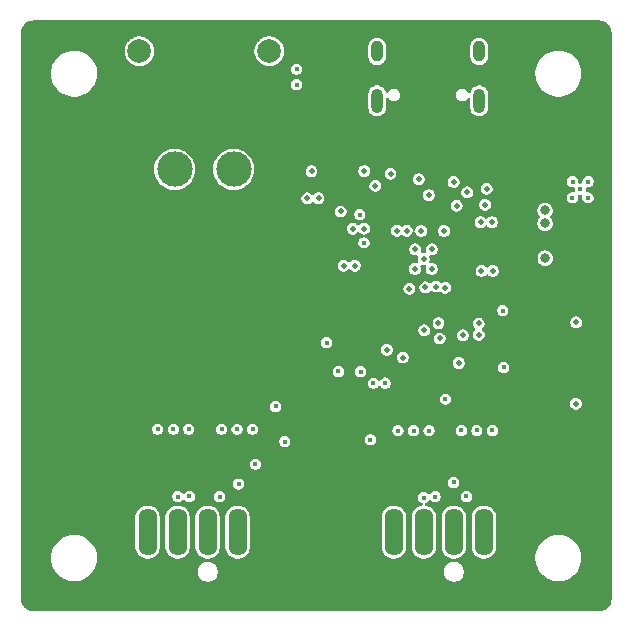
<source format=gbr>
%TF.GenerationSoftware,KiCad,Pcbnew,9.0.4*%
%TF.CreationDate,2025-09-25T11:48:03-04:00*%
%TF.ProjectId,fanboy,66616e62-6f79-42e6-9b69-6361645f7063,rev?*%
%TF.SameCoordinates,Original*%
%TF.FileFunction,Copper,L4,Inr*%
%TF.FilePolarity,Positive*%
%FSLAX46Y46*%
G04 Gerber Fmt 4.6, Leading zero omitted, Abs format (unit mm)*
G04 Created by KiCad (PCBNEW 9.0.4) date 2025-09-25 11:48:03*
%MOMM*%
%LPD*%
G01*
G04 APERTURE LIST*
%TA.AperFunction,ComponentPad*%
%ADD10C,3.000000*%
%TD*%
%TA.AperFunction,ComponentPad*%
%ADD11C,2.000000*%
%TD*%
%TA.AperFunction,ComponentPad*%
%ADD12O,1.574800X4.000000*%
%TD*%
%TA.AperFunction,ComponentPad*%
%ADD13C,1.500000*%
%TD*%
%TA.AperFunction,ComponentPad*%
%ADD14O,1.000000X1.800000*%
%TD*%
%TA.AperFunction,ComponentPad*%
%ADD15O,1.000000X2.100000*%
%TD*%
%TA.AperFunction,ViaPad*%
%ADD16C,0.450000*%
%TD*%
%TA.AperFunction,ViaPad*%
%ADD17C,0.500000*%
%TD*%
%TA.AperFunction,ViaPad*%
%ADD18C,0.800000*%
%TD*%
%TA.AperFunction,ViaPad*%
%ADD19C,1.000000*%
%TD*%
G04 APERTURE END LIST*
D10*
%TO.N,/12V*%
%TO.C,J1*%
X156520000Y-72095000D03*
%TO.N,GND*%
X161520000Y-72095000D03*
D11*
%TO.N,unconnected-(J1-MNT1-Pad3)*%
X153520000Y-62095000D03*
%TO.N,unconnected-(J1-MNT2-Pad4)*%
X164520000Y-62095000D03*
%TD*%
D12*
%TO.N,GND*%
%TO.C,J4*%
X175070000Y-102820000D03*
%TO.N,/12V*%
X177610000Y-102820000D03*
D13*
%TO.N,/FAN2_TACH*%
X180150000Y-101860000D03*
D12*
X180150000Y-102820000D03*
%TO.N,/FAN2_PWM*%
X182690000Y-102820000D03*
%TD*%
%TO.N,GND*%
%TO.C,J3*%
X154230000Y-102820000D03*
%TO.N,/12V*%
X156770000Y-102820000D03*
D13*
%TO.N,/FAN1_TACH*%
X159310000Y-101860000D03*
D12*
X159310000Y-102820000D03*
%TO.N,/FAN1_PWM*%
X161850000Y-102820000D03*
%TD*%
D14*
%TO.N,GND*%
%TO.C,J6*%
X173650000Y-62125000D03*
D15*
X173650000Y-66305000D03*
D14*
X182290000Y-62125000D03*
D15*
X182290000Y-66305000D03*
%TD*%
D16*
%TO.N,/5V*%
X169090000Y-63620000D03*
%TO.N,/QSPI_SS*%
X172195000Y-75945000D03*
%TO.N,GND*%
X166840000Y-64930000D03*
%TO.N,/QSPI_SS*%
X184370000Y-88880000D03*
%TO.N,/3V3*%
X184300000Y-84060000D03*
%TO.N,GND*%
X166840000Y-63620000D03*
%TO.N,/5V*%
X169090000Y-64930000D03*
%TO.N,GND*%
X190190583Y-74514964D03*
X191505583Y-74514964D03*
X190858083Y-73784964D03*
X190200583Y-73144964D03*
X191515583Y-73144964D03*
%TO.N,/3V3*%
X174340000Y-90200000D03*
%TO.N,/FAN_ALERT*%
X172540000Y-78320000D03*
X173330000Y-90210000D03*
%TO.N,/FAN2_TACH*%
X173080000Y-95000000D03*
%TO.N,/12V*%
X175420000Y-94230000D03*
%TO.N,GND*%
X169370000Y-86770000D03*
%TO.N,/5V*%
X162930000Y-99800000D03*
X183750000Y-99830000D03*
X184620583Y-72964964D03*
X185935583Y-72964964D03*
X182900000Y-72130000D03*
X183990000Y-72110000D03*
X185278083Y-73604964D03*
X185925583Y-74334964D03*
X185370000Y-72100000D03*
%TO.N,GND*%
X182095000Y-94210000D03*
X183410000Y-94210000D03*
X180780000Y-94210000D03*
X161795000Y-94100000D03*
X163110000Y-94100000D03*
X160480000Y-94100000D03*
%TO.N,/12V*%
X156790000Y-99810000D03*
%TO.N,GND*%
X157750000Y-99800000D03*
X178570000Y-99820000D03*
%TO.N,/12V*%
X177600000Y-99890000D03*
%TO.N,/3V3*%
X179430000Y-91550000D03*
X181210000Y-99800000D03*
X160310000Y-99810000D03*
%TO.N,/12V*%
X156395000Y-94100000D03*
X157710000Y-94100000D03*
X155080000Y-94100000D03*
X178050000Y-94230000D03*
X176735000Y-94230000D03*
%TO.N,/3V3*%
X172250000Y-89220000D03*
X170380000Y-89210000D03*
%TO.N,GND*%
X165837500Y-95160000D03*
%TO.N,/3V3*%
X165060000Y-92180000D03*
%TO.N,/FAN1_PWM*%
X161920000Y-98740000D03*
X163347500Y-97060000D03*
%TO.N,/FAN2_TACH*%
X180130000Y-98610000D03*
D17*
%TO.N,/SWD*%
X180140717Y-73170036D03*
X179401524Y-82115036D03*
%TO.N,/SWCLK*%
X177187037Y-72936510D03*
X178641524Y-82030036D03*
%TO.N,/QSPI_SD1*%
X175321524Y-77290036D03*
X167740413Y-74563680D03*
%TO.N,/QSPI_SD2*%
X176161524Y-77290036D03*
X168691524Y-74545036D03*
%TO.N,GND*%
X172560717Y-72250036D03*
X182794417Y-75100036D03*
X180920717Y-86160036D03*
X190490000Y-91950000D03*
X182260717Y-86110036D03*
X178281524Y-80540036D03*
X174490000Y-87380000D03*
X177591524Y-79697536D03*
X171590000Y-77120000D03*
X174791524Y-72470036D03*
X177641524Y-85735036D03*
X178291524Y-78870036D03*
X183450717Y-80700036D03*
X190500000Y-85060000D03*
X183370717Y-76570036D03*
X176871524Y-78870036D03*
X181280000Y-74050000D03*
X175841524Y-88035036D03*
X178950000Y-86420000D03*
X170811524Y-80260036D03*
X180571524Y-88500036D03*
X176386099Y-82200036D03*
X182929283Y-73749964D03*
X170570000Y-75670000D03*
X176861524Y-80540036D03*
%TO.N,/3V3*%
X182260717Y-85150036D03*
X168100717Y-72260036D03*
X182490717Y-80700036D03*
X171771524Y-80260036D03*
X178851121Y-85120036D03*
X172550000Y-77120000D03*
X182410717Y-76570036D03*
X178031524Y-74280036D03*
D18*
X187876300Y-76675000D03*
X187876300Y-75585000D03*
X187885000Y-79625000D03*
D17*
X173501524Y-73495036D03*
X180391524Y-75175036D03*
%TO.N,/1V1*%
X177381524Y-77315036D03*
X179321524Y-77315036D03*
X177741524Y-82085036D03*
D19*
%TO.N,/5V*%
X175480583Y-68569964D03*
X180870583Y-68549964D03*
%TD*%
%TA.AperFunction,Conductor*%
%TO.N,/5V*%
G36*
X192505394Y-59500972D02*
G01*
X192512947Y-59501632D01*
X192651564Y-59513760D01*
X192664907Y-59515665D01*
X192694247Y-59521501D01*
X192702109Y-59523334D01*
X192826922Y-59556777D01*
X192842275Y-59561989D01*
X192859224Y-59569009D01*
X192864134Y-59571169D01*
X192989918Y-59629823D01*
X193008633Y-59640629D01*
X193133582Y-59728119D01*
X193150140Y-59742013D01*
X193257986Y-59849859D01*
X193271880Y-59866417D01*
X193359370Y-59991366D01*
X193370177Y-60010084D01*
X193428809Y-60135819D01*
X193430989Y-60140774D01*
X193438009Y-60157723D01*
X193443222Y-60173080D01*
X193476659Y-60297869D01*
X193478501Y-60305769D01*
X193484330Y-60335071D01*
X193486241Y-60348456D01*
X193499028Y-60494605D01*
X193499500Y-60505413D01*
X193499500Y-108494586D01*
X193499028Y-108505394D01*
X193486241Y-108651542D01*
X193484330Y-108664927D01*
X193478501Y-108694229D01*
X193476659Y-108702129D01*
X193443222Y-108826918D01*
X193438009Y-108842275D01*
X193430989Y-108859224D01*
X193428809Y-108864179D01*
X193370177Y-108989915D01*
X193359370Y-109008633D01*
X193271880Y-109133582D01*
X193257986Y-109150140D01*
X193150140Y-109257986D01*
X193133582Y-109271880D01*
X193008633Y-109359370D01*
X192989915Y-109370177D01*
X192864179Y-109428809D01*
X192859224Y-109430989D01*
X192842275Y-109438009D01*
X192826918Y-109443222D01*
X192702129Y-109476659D01*
X192694229Y-109478501D01*
X192664927Y-109484330D01*
X192651542Y-109486241D01*
X192505395Y-109499028D01*
X192494587Y-109499500D01*
X144505413Y-109499500D01*
X144494605Y-109499028D01*
X144348456Y-109486241D01*
X144335071Y-109484330D01*
X144305769Y-109478501D01*
X144297869Y-109476659D01*
X144173080Y-109443222D01*
X144157723Y-109438009D01*
X144140774Y-109430989D01*
X144135819Y-109428809D01*
X144010084Y-109370177D01*
X143991366Y-109359370D01*
X143866417Y-109271880D01*
X143849859Y-109257986D01*
X143742013Y-109150140D01*
X143728119Y-109133582D01*
X143640629Y-109008633D01*
X143629822Y-108989916D01*
X143599292Y-108924445D01*
X143571169Y-108864134D01*
X143569009Y-108859224D01*
X143561989Y-108842275D01*
X143556776Y-108826918D01*
X143538829Y-108759938D01*
X143523334Y-108702109D01*
X143521501Y-108694247D01*
X143515665Y-108664907D01*
X143513760Y-108651564D01*
X143500972Y-108505394D01*
X143500500Y-108494588D01*
X143500500Y-104872149D01*
X146049500Y-104872149D01*
X146049500Y-105127850D01*
X146075457Y-105325007D01*
X146082874Y-105381340D01*
X146119860Y-105519373D01*
X146149050Y-105628312D01*
X146149053Y-105628322D01*
X146246894Y-105864531D01*
X146246899Y-105864542D01*
X146374734Y-106085957D01*
X146374745Y-106085973D01*
X146530388Y-106288811D01*
X146530394Y-106288818D01*
X146711181Y-106469605D01*
X146711187Y-106469610D01*
X146914035Y-106625261D01*
X146914042Y-106625265D01*
X147135457Y-106753100D01*
X147135462Y-106753102D01*
X147135465Y-106753104D01*
X147284426Y-106814805D01*
X147346762Y-106840626D01*
X147371687Y-106850950D01*
X147618660Y-106917126D01*
X147872157Y-106950500D01*
X147872164Y-106950500D01*
X148127836Y-106950500D01*
X148127843Y-106950500D01*
X148381340Y-106917126D01*
X148628313Y-106850950D01*
X148864535Y-106753104D01*
X149085965Y-106625261D01*
X149288813Y-106469610D01*
X149469610Y-106288813D01*
X149617386Y-106096228D01*
X158459500Y-106096228D01*
X158459500Y-106263771D01*
X158492182Y-106428074D01*
X158492184Y-106428082D01*
X158556295Y-106582860D01*
X158649373Y-106722162D01*
X158767837Y-106840626D01*
X158860494Y-106902537D01*
X158907137Y-106933703D01*
X159061918Y-106997816D01*
X159226228Y-107030499D01*
X159226232Y-107030500D01*
X159226233Y-107030500D01*
X159393768Y-107030500D01*
X159393769Y-107030499D01*
X159558082Y-106997816D01*
X159712863Y-106933703D01*
X159852162Y-106840626D01*
X159970626Y-106722162D01*
X160063703Y-106582863D01*
X160127816Y-106428082D01*
X160160500Y-106263767D01*
X160160500Y-106096233D01*
X160160499Y-106096228D01*
X179299500Y-106096228D01*
X179299500Y-106263771D01*
X179332182Y-106428074D01*
X179332184Y-106428082D01*
X179396295Y-106582860D01*
X179489373Y-106722162D01*
X179607837Y-106840626D01*
X179700494Y-106902537D01*
X179747137Y-106933703D01*
X179901918Y-106997816D01*
X180066228Y-107030499D01*
X180066232Y-107030500D01*
X180066233Y-107030500D01*
X180233768Y-107030500D01*
X180233769Y-107030499D01*
X180398082Y-106997816D01*
X180552863Y-106933703D01*
X180692162Y-106840626D01*
X180810626Y-106722162D01*
X180903703Y-106582863D01*
X180967816Y-106428082D01*
X181000500Y-106263767D01*
X181000500Y-106096233D01*
X180967816Y-105931918D01*
X180903703Y-105777137D01*
X180872537Y-105730494D01*
X180810626Y-105637837D01*
X180692162Y-105519373D01*
X180552860Y-105426295D01*
X180398082Y-105362184D01*
X180398074Y-105362182D01*
X180233771Y-105329500D01*
X180233767Y-105329500D01*
X180066233Y-105329500D01*
X180066228Y-105329500D01*
X179901925Y-105362182D01*
X179901917Y-105362184D01*
X179747139Y-105426295D01*
X179607837Y-105519373D01*
X179489373Y-105637837D01*
X179396295Y-105777139D01*
X179332184Y-105931917D01*
X179332182Y-105931925D01*
X179299500Y-106096228D01*
X160160499Y-106096228D01*
X160127816Y-105931918D01*
X160063703Y-105777137D01*
X160032537Y-105730494D01*
X159970626Y-105637837D01*
X159852162Y-105519373D01*
X159712860Y-105426295D01*
X159558082Y-105362184D01*
X159558074Y-105362182D01*
X159393771Y-105329500D01*
X159393767Y-105329500D01*
X159226233Y-105329500D01*
X159226228Y-105329500D01*
X159061925Y-105362182D01*
X159061917Y-105362184D01*
X158907139Y-105426295D01*
X158767837Y-105519373D01*
X158649373Y-105637837D01*
X158556295Y-105777139D01*
X158492184Y-105931917D01*
X158492182Y-105931925D01*
X158459500Y-106096228D01*
X149617386Y-106096228D01*
X149625261Y-106085965D01*
X149753104Y-105864535D01*
X149850950Y-105628313D01*
X149917126Y-105381340D01*
X149950500Y-105127843D01*
X149950500Y-104872157D01*
X149917126Y-104618660D01*
X149850950Y-104371687D01*
X149753104Y-104135465D01*
X149753102Y-104135462D01*
X149753100Y-104135457D01*
X149625265Y-103914042D01*
X149625261Y-103914035D01*
X149469610Y-103711187D01*
X149469605Y-103711181D01*
X149288818Y-103530394D01*
X149288811Y-103530388D01*
X149085973Y-103374745D01*
X149085971Y-103374743D01*
X149085965Y-103374739D01*
X149085960Y-103374736D01*
X149085957Y-103374734D01*
X148864542Y-103246899D01*
X148864531Y-103246894D01*
X148628322Y-103149053D01*
X148628315Y-103149051D01*
X148628313Y-103149050D01*
X148381340Y-103082874D01*
X148325007Y-103075457D01*
X148127850Y-103049500D01*
X148127843Y-103049500D01*
X147872157Y-103049500D01*
X147872149Y-103049500D01*
X147646826Y-103079165D01*
X147618660Y-103082874D01*
X147371687Y-103149050D01*
X147371677Y-103149053D01*
X147135468Y-103246894D01*
X147135457Y-103246899D01*
X146914042Y-103374734D01*
X146914026Y-103374745D01*
X146711188Y-103530388D01*
X146711181Y-103530394D01*
X146530394Y-103711181D01*
X146530388Y-103711188D01*
X146374745Y-103914026D01*
X146374734Y-103914042D01*
X146246899Y-104135457D01*
X146246894Y-104135468D01*
X146149053Y-104371677D01*
X146149050Y-104371687D01*
X146108177Y-104524230D01*
X146082874Y-104618661D01*
X146049500Y-104872149D01*
X143500500Y-104872149D01*
X143500500Y-101505171D01*
X153192100Y-101505171D01*
X153192100Y-104134828D01*
X153231984Y-104335336D01*
X153231987Y-104335348D01*
X153310223Y-104524228D01*
X153310225Y-104524232D01*
X153423806Y-104694218D01*
X153423812Y-104694226D01*
X153568373Y-104838787D01*
X153568381Y-104838793D01*
X153738367Y-104952374D01*
X153738371Y-104952376D01*
X153927251Y-105030612D01*
X153927256Y-105030614D01*
X154127771Y-105070499D01*
X154127774Y-105070500D01*
X154127776Y-105070500D01*
X154332226Y-105070500D01*
X154332227Y-105070499D01*
X154532744Y-105030614D01*
X154721630Y-104952375D01*
X154721632Y-104952374D01*
X154841697Y-104872149D01*
X154891623Y-104838790D01*
X155036190Y-104694223D01*
X155149775Y-104524230D01*
X155228014Y-104335344D01*
X155267900Y-104134824D01*
X155267900Y-101505176D01*
X155267900Y-101505173D01*
X155267899Y-101505171D01*
X155732100Y-101505171D01*
X155732100Y-104134828D01*
X155771984Y-104335336D01*
X155771987Y-104335348D01*
X155850223Y-104524228D01*
X155850225Y-104524232D01*
X155963806Y-104694218D01*
X155963812Y-104694226D01*
X156108373Y-104838787D01*
X156108381Y-104838793D01*
X156278367Y-104952374D01*
X156278371Y-104952376D01*
X156467251Y-105030612D01*
X156467256Y-105030614D01*
X156667771Y-105070499D01*
X156667774Y-105070500D01*
X156667776Y-105070500D01*
X156872226Y-105070500D01*
X156872227Y-105070499D01*
X157072744Y-105030614D01*
X157261630Y-104952375D01*
X157261632Y-104952374D01*
X157381697Y-104872149D01*
X157431623Y-104838790D01*
X157576190Y-104694223D01*
X157689775Y-104524230D01*
X157768014Y-104335344D01*
X157807900Y-104134824D01*
X157807900Y-101505176D01*
X157807900Y-101505173D01*
X157807899Y-101505171D01*
X158272100Y-101505171D01*
X158272100Y-104134828D01*
X158311984Y-104335336D01*
X158311987Y-104335348D01*
X158390223Y-104524228D01*
X158390225Y-104524232D01*
X158503806Y-104694218D01*
X158503812Y-104694226D01*
X158648373Y-104838787D01*
X158648381Y-104838793D01*
X158818367Y-104952374D01*
X158818371Y-104952376D01*
X159007251Y-105030612D01*
X159007256Y-105030614D01*
X159207771Y-105070499D01*
X159207774Y-105070500D01*
X159207776Y-105070500D01*
X159412226Y-105070500D01*
X159412227Y-105070499D01*
X159612744Y-105030614D01*
X159801630Y-104952375D01*
X159801632Y-104952374D01*
X159921697Y-104872149D01*
X159971623Y-104838790D01*
X160116190Y-104694223D01*
X160229775Y-104524230D01*
X160308014Y-104335344D01*
X160347900Y-104134824D01*
X160347900Y-101505176D01*
X160347900Y-101505173D01*
X160347899Y-101505171D01*
X160812100Y-101505171D01*
X160812100Y-104134828D01*
X160851984Y-104335336D01*
X160851987Y-104335348D01*
X160930223Y-104524228D01*
X160930225Y-104524232D01*
X161043806Y-104694218D01*
X161043812Y-104694226D01*
X161188373Y-104838787D01*
X161188381Y-104838793D01*
X161358367Y-104952374D01*
X161358371Y-104952376D01*
X161547251Y-105030612D01*
X161547256Y-105030614D01*
X161747771Y-105070499D01*
X161747774Y-105070500D01*
X161747776Y-105070500D01*
X161952226Y-105070500D01*
X161952227Y-105070499D01*
X162152744Y-105030614D01*
X162341630Y-104952375D01*
X162341632Y-104952374D01*
X162461697Y-104872149D01*
X162511623Y-104838790D01*
X162656190Y-104694223D01*
X162769775Y-104524230D01*
X162848014Y-104335344D01*
X162887900Y-104134824D01*
X162887900Y-101505176D01*
X162887900Y-101505173D01*
X162887899Y-101505171D01*
X174032100Y-101505171D01*
X174032100Y-104134828D01*
X174071984Y-104335336D01*
X174071987Y-104335348D01*
X174150223Y-104524228D01*
X174150225Y-104524232D01*
X174263806Y-104694218D01*
X174263812Y-104694226D01*
X174408373Y-104838787D01*
X174408381Y-104838793D01*
X174578367Y-104952374D01*
X174578371Y-104952376D01*
X174767251Y-105030612D01*
X174767256Y-105030614D01*
X174967771Y-105070499D01*
X174967774Y-105070500D01*
X174967776Y-105070500D01*
X175172226Y-105070500D01*
X175172227Y-105070499D01*
X175372744Y-105030614D01*
X175561630Y-104952375D01*
X175561632Y-104952374D01*
X175681697Y-104872149D01*
X175731623Y-104838790D01*
X175876190Y-104694223D01*
X175989775Y-104524230D01*
X176068014Y-104335344D01*
X176107900Y-104134824D01*
X176107900Y-101505176D01*
X176107900Y-101505173D01*
X176107899Y-101505171D01*
X176572100Y-101505171D01*
X176572100Y-104134828D01*
X176611984Y-104335336D01*
X176611987Y-104335348D01*
X176690223Y-104524228D01*
X176690225Y-104524232D01*
X176803806Y-104694218D01*
X176803812Y-104694226D01*
X176948373Y-104838787D01*
X176948381Y-104838793D01*
X177118367Y-104952374D01*
X177118371Y-104952376D01*
X177307251Y-105030612D01*
X177307256Y-105030614D01*
X177507771Y-105070499D01*
X177507774Y-105070500D01*
X177507776Y-105070500D01*
X177712226Y-105070500D01*
X177712227Y-105070499D01*
X177912744Y-105030614D01*
X178101630Y-104952375D01*
X178101632Y-104952374D01*
X178221697Y-104872149D01*
X178271623Y-104838790D01*
X178416190Y-104694223D01*
X178529775Y-104524230D01*
X178608014Y-104335344D01*
X178647900Y-104134824D01*
X178647900Y-101505176D01*
X178647900Y-101505173D01*
X178647899Y-101505171D01*
X179112100Y-101505171D01*
X179112100Y-104134828D01*
X179151984Y-104335336D01*
X179151987Y-104335348D01*
X179230223Y-104524228D01*
X179230225Y-104524232D01*
X179343806Y-104694218D01*
X179343812Y-104694226D01*
X179488373Y-104838787D01*
X179488381Y-104838793D01*
X179658367Y-104952374D01*
X179658371Y-104952376D01*
X179847251Y-105030612D01*
X179847256Y-105030614D01*
X180047771Y-105070499D01*
X180047774Y-105070500D01*
X180047776Y-105070500D01*
X180252226Y-105070500D01*
X180252227Y-105070499D01*
X180452744Y-105030614D01*
X180641630Y-104952375D01*
X180641632Y-104952374D01*
X180761697Y-104872149D01*
X180811623Y-104838790D01*
X180956190Y-104694223D01*
X181069775Y-104524230D01*
X181148014Y-104335344D01*
X181187900Y-104134824D01*
X181187900Y-101505176D01*
X181187900Y-101505173D01*
X181187899Y-101505171D01*
X181652100Y-101505171D01*
X181652100Y-104134828D01*
X181691984Y-104335336D01*
X181691987Y-104335348D01*
X181770223Y-104524228D01*
X181770225Y-104524232D01*
X181883806Y-104694218D01*
X181883812Y-104694226D01*
X182028373Y-104838787D01*
X182028381Y-104838793D01*
X182198367Y-104952374D01*
X182198371Y-104952376D01*
X182387251Y-105030612D01*
X182387256Y-105030614D01*
X182587771Y-105070499D01*
X182587774Y-105070500D01*
X182587776Y-105070500D01*
X182792226Y-105070500D01*
X182792227Y-105070499D01*
X182992744Y-105030614D01*
X183181630Y-104952375D01*
X183181632Y-104952374D01*
X183301697Y-104872149D01*
X187049500Y-104872149D01*
X187049500Y-105127850D01*
X187075457Y-105325007D01*
X187082874Y-105381340D01*
X187119860Y-105519373D01*
X187149050Y-105628312D01*
X187149053Y-105628322D01*
X187246894Y-105864531D01*
X187246899Y-105864542D01*
X187374734Y-106085957D01*
X187374745Y-106085973D01*
X187530388Y-106288811D01*
X187530394Y-106288818D01*
X187711181Y-106469605D01*
X187711187Y-106469610D01*
X187914035Y-106625261D01*
X187914042Y-106625265D01*
X188135457Y-106753100D01*
X188135462Y-106753102D01*
X188135465Y-106753104D01*
X188284426Y-106814805D01*
X188346762Y-106840626D01*
X188371687Y-106850950D01*
X188618660Y-106917126D01*
X188872157Y-106950500D01*
X188872164Y-106950500D01*
X189127836Y-106950500D01*
X189127843Y-106950500D01*
X189381340Y-106917126D01*
X189628313Y-106850950D01*
X189864535Y-106753104D01*
X190085965Y-106625261D01*
X190288813Y-106469610D01*
X190469610Y-106288813D01*
X190625261Y-106085965D01*
X190753104Y-105864535D01*
X190850950Y-105628313D01*
X190917126Y-105381340D01*
X190950500Y-105127843D01*
X190950500Y-104872157D01*
X190917126Y-104618660D01*
X190850950Y-104371687D01*
X190753104Y-104135465D01*
X190753102Y-104135462D01*
X190753100Y-104135457D01*
X190625265Y-103914042D01*
X190625261Y-103914035D01*
X190469610Y-103711187D01*
X190469605Y-103711181D01*
X190288818Y-103530394D01*
X190288811Y-103530388D01*
X190085973Y-103374745D01*
X190085971Y-103374743D01*
X190085965Y-103374739D01*
X190085960Y-103374736D01*
X190085957Y-103374734D01*
X189864542Y-103246899D01*
X189864531Y-103246894D01*
X189628322Y-103149053D01*
X189628315Y-103149051D01*
X189628313Y-103149050D01*
X189381340Y-103082874D01*
X189325007Y-103075457D01*
X189127850Y-103049500D01*
X189127843Y-103049500D01*
X188872157Y-103049500D01*
X188872149Y-103049500D01*
X188646826Y-103079165D01*
X188618660Y-103082874D01*
X188371687Y-103149050D01*
X188371677Y-103149053D01*
X188135468Y-103246894D01*
X188135457Y-103246899D01*
X187914042Y-103374734D01*
X187914026Y-103374745D01*
X187711188Y-103530388D01*
X187711181Y-103530394D01*
X187530394Y-103711181D01*
X187530388Y-103711188D01*
X187374745Y-103914026D01*
X187374734Y-103914042D01*
X187246899Y-104135457D01*
X187246894Y-104135468D01*
X187149053Y-104371677D01*
X187149050Y-104371687D01*
X187108177Y-104524230D01*
X187082874Y-104618661D01*
X187049500Y-104872149D01*
X183301697Y-104872149D01*
X183351623Y-104838790D01*
X183351626Y-104838787D01*
X183409997Y-104780417D01*
X183496187Y-104694226D01*
X183496190Y-104694223D01*
X183609775Y-104524230D01*
X183688014Y-104335344D01*
X183727900Y-104134824D01*
X183727900Y-101505176D01*
X183727900Y-101505173D01*
X183727899Y-101505171D01*
X183688015Y-101304663D01*
X183688014Y-101304656D01*
X183688012Y-101304651D01*
X183609776Y-101115771D01*
X183609774Y-101115767D01*
X183496193Y-100945781D01*
X183496187Y-100945773D01*
X183351626Y-100801212D01*
X183351618Y-100801206D01*
X183181632Y-100687625D01*
X183181628Y-100687623D01*
X182992748Y-100609387D01*
X182992736Y-100609384D01*
X182792227Y-100569500D01*
X182792224Y-100569500D01*
X182587776Y-100569500D01*
X182587773Y-100569500D01*
X182387263Y-100609384D01*
X182387251Y-100609387D01*
X182198371Y-100687623D01*
X182198367Y-100687625D01*
X182028381Y-100801206D01*
X182028373Y-100801212D01*
X181883812Y-100945773D01*
X181883806Y-100945781D01*
X181770225Y-101115767D01*
X181770223Y-101115771D01*
X181691987Y-101304651D01*
X181691984Y-101304663D01*
X181652100Y-101505171D01*
X181187899Y-101505171D01*
X181148015Y-101304663D01*
X181148014Y-101304656D01*
X181148012Y-101304651D01*
X181069776Y-101115771D01*
X181069774Y-101115767D01*
X180956193Y-100945781D01*
X180956187Y-100945773D01*
X180811626Y-100801212D01*
X180811618Y-100801206D01*
X180641632Y-100687625D01*
X180641628Y-100687623D01*
X180452748Y-100609387D01*
X180452736Y-100609384D01*
X180252227Y-100569500D01*
X180252224Y-100569500D01*
X180047776Y-100569500D01*
X180047773Y-100569500D01*
X179847263Y-100609384D01*
X179847251Y-100609387D01*
X179658371Y-100687623D01*
X179658367Y-100687625D01*
X179488381Y-100801206D01*
X179488373Y-100801212D01*
X179343812Y-100945773D01*
X179343806Y-100945781D01*
X179230225Y-101115767D01*
X179230223Y-101115771D01*
X179151987Y-101304651D01*
X179151984Y-101304663D01*
X179112100Y-101505171D01*
X178647899Y-101505171D01*
X178608015Y-101304663D01*
X178608014Y-101304656D01*
X178608012Y-101304651D01*
X178529776Y-101115771D01*
X178529774Y-101115767D01*
X178416193Y-100945781D01*
X178416187Y-100945773D01*
X178271626Y-100801212D01*
X178271618Y-100801206D01*
X178101632Y-100687625D01*
X178101628Y-100687623D01*
X177912748Y-100609387D01*
X177912738Y-100609384D01*
X177768369Y-100580667D01*
X177706458Y-100548282D01*
X177671884Y-100487566D01*
X177675624Y-100417797D01*
X177716491Y-100361125D01*
X177760462Y-100339277D01*
X177783536Y-100333095D01*
X177891964Y-100270495D01*
X177980495Y-100181964D01*
X178001819Y-100145028D01*
X178052382Y-100096813D01*
X178120989Y-100083588D01*
X178185854Y-100109554D01*
X178196887Y-100119346D01*
X178278036Y-100200495D01*
X178386464Y-100263095D01*
X178507399Y-100295500D01*
X178507401Y-100295500D01*
X178632599Y-100295500D01*
X178632601Y-100295500D01*
X178753536Y-100263095D01*
X178861964Y-100200495D01*
X178950495Y-100111964D01*
X179013095Y-100003536D01*
X179045500Y-99882601D01*
X179045500Y-99757399D01*
X179040141Y-99737399D01*
X180734500Y-99737399D01*
X180734500Y-99862601D01*
X180766905Y-99983536D01*
X180829505Y-100091964D01*
X180918036Y-100180495D01*
X181026464Y-100243095D01*
X181147399Y-100275500D01*
X181147401Y-100275500D01*
X181272599Y-100275500D01*
X181272601Y-100275500D01*
X181393536Y-100243095D01*
X181501964Y-100180495D01*
X181590495Y-100091964D01*
X181653095Y-99983536D01*
X181685500Y-99862601D01*
X181685500Y-99737399D01*
X181653095Y-99616464D01*
X181590495Y-99508036D01*
X181501964Y-99419505D01*
X181393536Y-99356905D01*
X181393537Y-99356905D01*
X181347241Y-99344500D01*
X181272601Y-99324500D01*
X181147399Y-99324500D01*
X181072759Y-99344500D01*
X181026463Y-99356905D01*
X180918037Y-99419504D01*
X180918034Y-99419506D01*
X180829506Y-99508034D01*
X180829504Y-99508037D01*
X180766905Y-99616463D01*
X180764226Y-99626463D01*
X180734500Y-99737399D01*
X179040141Y-99737399D01*
X179013095Y-99636464D01*
X178950495Y-99528036D01*
X178861964Y-99439505D01*
X178753536Y-99376905D01*
X178753537Y-99376905D01*
X178713224Y-99366103D01*
X178632601Y-99344500D01*
X178507399Y-99344500D01*
X178426775Y-99366103D01*
X178386463Y-99376905D01*
X178278037Y-99439504D01*
X178278034Y-99439506D01*
X178189506Y-99528034D01*
X178189504Y-99528037D01*
X178168181Y-99564971D01*
X178117614Y-99613187D01*
X178049007Y-99626411D01*
X177984142Y-99600443D01*
X177973112Y-99590653D01*
X177891965Y-99509506D01*
X177891964Y-99509505D01*
X177783536Y-99446905D01*
X177783537Y-99446905D01*
X177718599Y-99429505D01*
X177662601Y-99414500D01*
X177537399Y-99414500D01*
X177481401Y-99429505D01*
X177416463Y-99446905D01*
X177308037Y-99509504D01*
X177308034Y-99509506D01*
X177219506Y-99598034D01*
X177219504Y-99598037D01*
X177156905Y-99706463D01*
X177145936Y-99747399D01*
X177124500Y-99827399D01*
X177124500Y-99952601D01*
X177156905Y-100073536D01*
X177219505Y-100181964D01*
X177308036Y-100270495D01*
X177416464Y-100333095D01*
X177448053Y-100341559D01*
X177507712Y-100377922D01*
X177538242Y-100440768D01*
X177529948Y-100510144D01*
X177485464Y-100564022D01*
X177440151Y-100582950D01*
X177307261Y-100609384D01*
X177307251Y-100609387D01*
X177118371Y-100687623D01*
X177118367Y-100687625D01*
X176948381Y-100801206D01*
X176948373Y-100801212D01*
X176803812Y-100945773D01*
X176803806Y-100945781D01*
X176690225Y-101115767D01*
X176690223Y-101115771D01*
X176611987Y-101304651D01*
X176611984Y-101304663D01*
X176572100Y-101505171D01*
X176107899Y-101505171D01*
X176068015Y-101304663D01*
X176068014Y-101304656D01*
X176068012Y-101304651D01*
X175989776Y-101115771D01*
X175989774Y-101115767D01*
X175876193Y-100945781D01*
X175876187Y-100945773D01*
X175731626Y-100801212D01*
X175731618Y-100801206D01*
X175561632Y-100687625D01*
X175561628Y-100687623D01*
X175372748Y-100609387D01*
X175372736Y-100609384D01*
X175172227Y-100569500D01*
X175172224Y-100569500D01*
X174967776Y-100569500D01*
X174967773Y-100569500D01*
X174767263Y-100609384D01*
X174767251Y-100609387D01*
X174578371Y-100687623D01*
X174578367Y-100687625D01*
X174408381Y-100801206D01*
X174408373Y-100801212D01*
X174263812Y-100945773D01*
X174263806Y-100945781D01*
X174150225Y-101115767D01*
X174150223Y-101115771D01*
X174071987Y-101304651D01*
X174071984Y-101304663D01*
X174032100Y-101505171D01*
X162887899Y-101505171D01*
X162848015Y-101304663D01*
X162848014Y-101304656D01*
X162848012Y-101304651D01*
X162769776Y-101115771D01*
X162769774Y-101115767D01*
X162656193Y-100945781D01*
X162656187Y-100945773D01*
X162511626Y-100801212D01*
X162511618Y-100801206D01*
X162341632Y-100687625D01*
X162341628Y-100687623D01*
X162152748Y-100609387D01*
X162152736Y-100609384D01*
X161952227Y-100569500D01*
X161952224Y-100569500D01*
X161747776Y-100569500D01*
X161747773Y-100569500D01*
X161547263Y-100609384D01*
X161547251Y-100609387D01*
X161358371Y-100687623D01*
X161358367Y-100687625D01*
X161188381Y-100801206D01*
X161188373Y-100801212D01*
X161043812Y-100945773D01*
X161043806Y-100945781D01*
X160930225Y-101115767D01*
X160930223Y-101115771D01*
X160851987Y-101304651D01*
X160851984Y-101304663D01*
X160812100Y-101505171D01*
X160347899Y-101505171D01*
X160308015Y-101304663D01*
X160308014Y-101304656D01*
X160308012Y-101304651D01*
X160229776Y-101115771D01*
X160229774Y-101115767D01*
X160116193Y-100945781D01*
X160116187Y-100945773D01*
X159971626Y-100801212D01*
X159971618Y-100801206D01*
X159801632Y-100687625D01*
X159801628Y-100687623D01*
X159612748Y-100609387D01*
X159612736Y-100609384D01*
X159412227Y-100569500D01*
X159412224Y-100569500D01*
X159207776Y-100569500D01*
X159207773Y-100569500D01*
X159007263Y-100609384D01*
X159007251Y-100609387D01*
X158818371Y-100687623D01*
X158818367Y-100687625D01*
X158648381Y-100801206D01*
X158648373Y-100801212D01*
X158503812Y-100945773D01*
X158503806Y-100945781D01*
X158390225Y-101115767D01*
X158390223Y-101115771D01*
X158311987Y-101304651D01*
X158311984Y-101304663D01*
X158272100Y-101505171D01*
X157807899Y-101505171D01*
X157768015Y-101304663D01*
X157768014Y-101304656D01*
X157768012Y-101304651D01*
X157689776Y-101115771D01*
X157689774Y-101115767D01*
X157576193Y-100945781D01*
X157576187Y-100945773D01*
X157431626Y-100801212D01*
X157431618Y-100801206D01*
X157261632Y-100687625D01*
X157261628Y-100687623D01*
X157072748Y-100609387D01*
X157072736Y-100609384D01*
X156872227Y-100569500D01*
X156872224Y-100569500D01*
X156667776Y-100569500D01*
X156667773Y-100569500D01*
X156467263Y-100609384D01*
X156467251Y-100609387D01*
X156278371Y-100687623D01*
X156278367Y-100687625D01*
X156108381Y-100801206D01*
X156108373Y-100801212D01*
X155963812Y-100945773D01*
X155963806Y-100945781D01*
X155850225Y-101115767D01*
X155850223Y-101115771D01*
X155771987Y-101304651D01*
X155771984Y-101304663D01*
X155732100Y-101505171D01*
X155267899Y-101505171D01*
X155228015Y-101304663D01*
X155228014Y-101304656D01*
X155228012Y-101304651D01*
X155149776Y-101115771D01*
X155149774Y-101115767D01*
X155036193Y-100945781D01*
X155036187Y-100945773D01*
X154891626Y-100801212D01*
X154891618Y-100801206D01*
X154721632Y-100687625D01*
X154721628Y-100687623D01*
X154532748Y-100609387D01*
X154532736Y-100609384D01*
X154332227Y-100569500D01*
X154332224Y-100569500D01*
X154127776Y-100569500D01*
X154127773Y-100569500D01*
X153927263Y-100609384D01*
X153927251Y-100609387D01*
X153738371Y-100687623D01*
X153738367Y-100687625D01*
X153568381Y-100801206D01*
X153568373Y-100801212D01*
X153423812Y-100945773D01*
X153423806Y-100945781D01*
X153310225Y-101115767D01*
X153310223Y-101115771D01*
X153231987Y-101304651D01*
X153231984Y-101304663D01*
X153192100Y-101505171D01*
X143500500Y-101505171D01*
X143500500Y-99747399D01*
X156314500Y-99747399D01*
X156314500Y-99872601D01*
X156346905Y-99993536D01*
X156409505Y-100101964D01*
X156498036Y-100190495D01*
X156606464Y-100253095D01*
X156727399Y-100285500D01*
X156727401Y-100285500D01*
X156852599Y-100285500D01*
X156852601Y-100285500D01*
X156973536Y-100253095D01*
X157081964Y-100190495D01*
X157170495Y-100101964D01*
X157170498Y-100101957D01*
X157175445Y-100095513D01*
X157178514Y-100097868D01*
X157215203Y-100061712D01*
X157283583Y-100047359D01*
X157348867Y-100072253D01*
X157363327Y-100086647D01*
X157363758Y-100086217D01*
X157369505Y-100091964D01*
X157458036Y-100180495D01*
X157566464Y-100243095D01*
X157687399Y-100275500D01*
X157687401Y-100275500D01*
X157812599Y-100275500D01*
X157812601Y-100275500D01*
X157933536Y-100243095D01*
X158041964Y-100180495D01*
X158130495Y-100091964D01*
X158193095Y-99983536D01*
X158225500Y-99862601D01*
X158225500Y-99747399D01*
X159834500Y-99747399D01*
X159834500Y-99872601D01*
X159866905Y-99993536D01*
X159929505Y-100101964D01*
X160018036Y-100190495D01*
X160126464Y-100253095D01*
X160247399Y-100285500D01*
X160247401Y-100285500D01*
X160372599Y-100285500D01*
X160372601Y-100285500D01*
X160493536Y-100253095D01*
X160601964Y-100190495D01*
X160690495Y-100101964D01*
X160753095Y-99993536D01*
X160785500Y-99872601D01*
X160785500Y-99747399D01*
X160753095Y-99626464D01*
X160690495Y-99518036D01*
X160601964Y-99429505D01*
X160493536Y-99366905D01*
X160493537Y-99366905D01*
X160453224Y-99356103D01*
X160372601Y-99334500D01*
X160247399Y-99334500D01*
X160166775Y-99356103D01*
X160126463Y-99366905D01*
X160018037Y-99429504D01*
X160018034Y-99429506D01*
X159929506Y-99518034D01*
X159929504Y-99518037D01*
X159866905Y-99626463D01*
X159866905Y-99626464D01*
X159834500Y-99747399D01*
X158225500Y-99747399D01*
X158225500Y-99737399D01*
X158193095Y-99616464D01*
X158130495Y-99508036D01*
X158041964Y-99419505D01*
X157933536Y-99356905D01*
X157933537Y-99356905D01*
X157887241Y-99344500D01*
X157812601Y-99324500D01*
X157687399Y-99324500D01*
X157612759Y-99344500D01*
X157566463Y-99356905D01*
X157458037Y-99419504D01*
X157458034Y-99419506D01*
X157369506Y-99508034D01*
X157364555Y-99514487D01*
X157362175Y-99512660D01*
X157319871Y-99550790D01*
X157250920Y-99562083D01*
X157186809Y-99534306D01*
X157176474Y-99523550D01*
X157176242Y-99523783D01*
X157081965Y-99429506D01*
X157081964Y-99429505D01*
X156973536Y-99366905D01*
X156973537Y-99366905D01*
X156933224Y-99356103D01*
X156852601Y-99334500D01*
X156727399Y-99334500D01*
X156646775Y-99356103D01*
X156606463Y-99366905D01*
X156498037Y-99429504D01*
X156498034Y-99429506D01*
X156409506Y-99518034D01*
X156409504Y-99518037D01*
X156346905Y-99626463D01*
X156346905Y-99626464D01*
X156314500Y-99747399D01*
X143500500Y-99747399D01*
X143500500Y-98677399D01*
X161444500Y-98677399D01*
X161444500Y-98802601D01*
X161476905Y-98923536D01*
X161539505Y-99031964D01*
X161628036Y-99120495D01*
X161736464Y-99183095D01*
X161857399Y-99215500D01*
X161857401Y-99215500D01*
X161982599Y-99215500D01*
X161982601Y-99215500D01*
X162103536Y-99183095D01*
X162211964Y-99120495D01*
X162300495Y-99031964D01*
X162363095Y-98923536D01*
X162395500Y-98802601D01*
X162395500Y-98677399D01*
X162363095Y-98556464D01*
X162357861Y-98547399D01*
X179654500Y-98547399D01*
X179654500Y-98672601D01*
X179686905Y-98793536D01*
X179749505Y-98901964D01*
X179838036Y-98990495D01*
X179946464Y-99053095D01*
X180067399Y-99085500D01*
X180067401Y-99085500D01*
X180192599Y-99085500D01*
X180192601Y-99085500D01*
X180313536Y-99053095D01*
X180421964Y-98990495D01*
X180510495Y-98901964D01*
X180573095Y-98793536D01*
X180605500Y-98672601D01*
X180605500Y-98547399D01*
X180573095Y-98426464D01*
X180510495Y-98318036D01*
X180421964Y-98229505D01*
X180313536Y-98166905D01*
X180313537Y-98166905D01*
X180273224Y-98156103D01*
X180192601Y-98134500D01*
X180067399Y-98134500D01*
X179986775Y-98156103D01*
X179946463Y-98166905D01*
X179838037Y-98229504D01*
X179838034Y-98229506D01*
X179749506Y-98318034D01*
X179749504Y-98318037D01*
X179686905Y-98426463D01*
X179686905Y-98426464D01*
X179654500Y-98547399D01*
X162357861Y-98547399D01*
X162300495Y-98448036D01*
X162211964Y-98359505D01*
X162103536Y-98296905D01*
X162103537Y-98296905D01*
X162063224Y-98286103D01*
X161982601Y-98264500D01*
X161857399Y-98264500D01*
X161776775Y-98286103D01*
X161736463Y-98296905D01*
X161628037Y-98359504D01*
X161628034Y-98359506D01*
X161539506Y-98448034D01*
X161539504Y-98448037D01*
X161476905Y-98556463D01*
X161476905Y-98556464D01*
X161444500Y-98677399D01*
X143500500Y-98677399D01*
X143500500Y-96997399D01*
X162872000Y-96997399D01*
X162872000Y-97122601D01*
X162904405Y-97243536D01*
X162967005Y-97351964D01*
X163055536Y-97440495D01*
X163163964Y-97503095D01*
X163284899Y-97535500D01*
X163284901Y-97535500D01*
X163410099Y-97535500D01*
X163410101Y-97535500D01*
X163531036Y-97503095D01*
X163639464Y-97440495D01*
X163727995Y-97351964D01*
X163790595Y-97243536D01*
X163823000Y-97122601D01*
X163823000Y-96997399D01*
X163790595Y-96876464D01*
X163727995Y-96768036D01*
X163639464Y-96679505D01*
X163531036Y-96616905D01*
X163531037Y-96616905D01*
X163490724Y-96606103D01*
X163410101Y-96584500D01*
X163284899Y-96584500D01*
X163204275Y-96606103D01*
X163163963Y-96616905D01*
X163055537Y-96679504D01*
X163055534Y-96679506D01*
X162967006Y-96768034D01*
X162967004Y-96768037D01*
X162904405Y-96876463D01*
X162904405Y-96876464D01*
X162872000Y-96997399D01*
X143500500Y-96997399D01*
X143500500Y-95097399D01*
X165362000Y-95097399D01*
X165362000Y-95222601D01*
X165394405Y-95343536D01*
X165457005Y-95451964D01*
X165545536Y-95540495D01*
X165653964Y-95603095D01*
X165774899Y-95635500D01*
X165774901Y-95635500D01*
X165900099Y-95635500D01*
X165900101Y-95635500D01*
X166021036Y-95603095D01*
X166129464Y-95540495D01*
X166217995Y-95451964D01*
X166280595Y-95343536D01*
X166313000Y-95222601D01*
X166313000Y-95097399D01*
X166280595Y-94976464D01*
X166258041Y-94937399D01*
X172604500Y-94937399D01*
X172604500Y-95062601D01*
X172636905Y-95183536D01*
X172699505Y-95291964D01*
X172788036Y-95380495D01*
X172896464Y-95443095D01*
X173017399Y-95475500D01*
X173017401Y-95475500D01*
X173142599Y-95475500D01*
X173142601Y-95475500D01*
X173263536Y-95443095D01*
X173371964Y-95380495D01*
X173460495Y-95291964D01*
X173523095Y-95183536D01*
X173555500Y-95062601D01*
X173555500Y-94937399D01*
X173523095Y-94816464D01*
X173460495Y-94708036D01*
X173371964Y-94619505D01*
X173263536Y-94556905D01*
X173263537Y-94556905D01*
X173211997Y-94543095D01*
X173142601Y-94524500D01*
X173017399Y-94524500D01*
X172948003Y-94543095D01*
X172896463Y-94556905D01*
X172788037Y-94619504D01*
X172788034Y-94619506D01*
X172699506Y-94708034D01*
X172699504Y-94708037D01*
X172636905Y-94816463D01*
X172636905Y-94816464D01*
X172604500Y-94937399D01*
X166258041Y-94937399D01*
X166217995Y-94868036D01*
X166129464Y-94779505D01*
X166021036Y-94716905D01*
X166021037Y-94716905D01*
X165978473Y-94705500D01*
X165900101Y-94684500D01*
X165774899Y-94684500D01*
X165696527Y-94705500D01*
X165653963Y-94716905D01*
X165545537Y-94779504D01*
X165545534Y-94779506D01*
X165457006Y-94868034D01*
X165457004Y-94868037D01*
X165394405Y-94976463D01*
X165394405Y-94976464D01*
X165362000Y-95097399D01*
X143500500Y-95097399D01*
X143500500Y-94037399D01*
X154604500Y-94037399D01*
X154604500Y-94162601D01*
X154636905Y-94283536D01*
X154699505Y-94391964D01*
X154788036Y-94480495D01*
X154896464Y-94543095D01*
X155017399Y-94575500D01*
X155017401Y-94575500D01*
X155142599Y-94575500D01*
X155142601Y-94575500D01*
X155263536Y-94543095D01*
X155371964Y-94480495D01*
X155460495Y-94391964D01*
X155523095Y-94283536D01*
X155555500Y-94162601D01*
X155555500Y-94037399D01*
X155919500Y-94037399D01*
X155919500Y-94162601D01*
X155951905Y-94283536D01*
X156014505Y-94391964D01*
X156103036Y-94480495D01*
X156211464Y-94543095D01*
X156332399Y-94575500D01*
X156332401Y-94575500D01*
X156457599Y-94575500D01*
X156457601Y-94575500D01*
X156578536Y-94543095D01*
X156686964Y-94480495D01*
X156775495Y-94391964D01*
X156838095Y-94283536D01*
X156870500Y-94162601D01*
X156870500Y-94037399D01*
X157234500Y-94037399D01*
X157234500Y-94162601D01*
X157266905Y-94283536D01*
X157329505Y-94391964D01*
X157418036Y-94480495D01*
X157526464Y-94543095D01*
X157647399Y-94575500D01*
X157647401Y-94575500D01*
X157772599Y-94575500D01*
X157772601Y-94575500D01*
X157893536Y-94543095D01*
X158001964Y-94480495D01*
X158090495Y-94391964D01*
X158153095Y-94283536D01*
X158185500Y-94162601D01*
X158185500Y-94037399D01*
X160004500Y-94037399D01*
X160004500Y-94162601D01*
X160036905Y-94283536D01*
X160099505Y-94391964D01*
X160188036Y-94480495D01*
X160296464Y-94543095D01*
X160417399Y-94575500D01*
X160417401Y-94575500D01*
X160542599Y-94575500D01*
X160542601Y-94575500D01*
X160663536Y-94543095D01*
X160771964Y-94480495D01*
X160860495Y-94391964D01*
X160923095Y-94283536D01*
X160955500Y-94162601D01*
X160955500Y-94037399D01*
X161319500Y-94037399D01*
X161319500Y-94162601D01*
X161351905Y-94283536D01*
X161414505Y-94391964D01*
X161503036Y-94480495D01*
X161611464Y-94543095D01*
X161732399Y-94575500D01*
X161732401Y-94575500D01*
X161857599Y-94575500D01*
X161857601Y-94575500D01*
X161978536Y-94543095D01*
X162086964Y-94480495D01*
X162175495Y-94391964D01*
X162238095Y-94283536D01*
X162270500Y-94162601D01*
X162270500Y-94037399D01*
X162634500Y-94037399D01*
X162634500Y-94162601D01*
X162666905Y-94283536D01*
X162729505Y-94391964D01*
X162818036Y-94480495D01*
X162926464Y-94543095D01*
X163047399Y-94575500D01*
X163047401Y-94575500D01*
X163172599Y-94575500D01*
X163172601Y-94575500D01*
X163293536Y-94543095D01*
X163401964Y-94480495D01*
X163490495Y-94391964D01*
X163553095Y-94283536D01*
X163584214Y-94167399D01*
X174944500Y-94167399D01*
X174944500Y-94292601D01*
X174976905Y-94413536D01*
X175039505Y-94521964D01*
X175128036Y-94610495D01*
X175236464Y-94673095D01*
X175357399Y-94705500D01*
X175357401Y-94705500D01*
X175482599Y-94705500D01*
X175482601Y-94705500D01*
X175603536Y-94673095D01*
X175711964Y-94610495D01*
X175800495Y-94521964D01*
X175863095Y-94413536D01*
X175895500Y-94292601D01*
X175895500Y-94167399D01*
X176259500Y-94167399D01*
X176259500Y-94292601D01*
X176291905Y-94413536D01*
X176354505Y-94521964D01*
X176443036Y-94610495D01*
X176551464Y-94673095D01*
X176672399Y-94705500D01*
X176672401Y-94705500D01*
X176797599Y-94705500D01*
X176797601Y-94705500D01*
X176918536Y-94673095D01*
X177026964Y-94610495D01*
X177115495Y-94521964D01*
X177178095Y-94413536D01*
X177210500Y-94292601D01*
X177210500Y-94167399D01*
X177574500Y-94167399D01*
X177574500Y-94292601D01*
X177606905Y-94413536D01*
X177669505Y-94521964D01*
X177758036Y-94610495D01*
X177866464Y-94673095D01*
X177987399Y-94705500D01*
X177987401Y-94705500D01*
X178112599Y-94705500D01*
X178112601Y-94705500D01*
X178233536Y-94673095D01*
X178341964Y-94610495D01*
X178430495Y-94521964D01*
X178493095Y-94413536D01*
X178525500Y-94292601D01*
X178525500Y-94167399D01*
X178520141Y-94147399D01*
X180304500Y-94147399D01*
X180304500Y-94272601D01*
X180336905Y-94393536D01*
X180399505Y-94501964D01*
X180488036Y-94590495D01*
X180596464Y-94653095D01*
X180717399Y-94685500D01*
X180717401Y-94685500D01*
X180842599Y-94685500D01*
X180842601Y-94685500D01*
X180963536Y-94653095D01*
X181071964Y-94590495D01*
X181160495Y-94501964D01*
X181223095Y-94393536D01*
X181255500Y-94272601D01*
X181255500Y-94147399D01*
X181619500Y-94147399D01*
X181619500Y-94272601D01*
X181651905Y-94393536D01*
X181714505Y-94501964D01*
X181803036Y-94590495D01*
X181911464Y-94653095D01*
X182032399Y-94685500D01*
X182032401Y-94685500D01*
X182157599Y-94685500D01*
X182157601Y-94685500D01*
X182278536Y-94653095D01*
X182386964Y-94590495D01*
X182475495Y-94501964D01*
X182538095Y-94393536D01*
X182570500Y-94272601D01*
X182570500Y-94147399D01*
X182934500Y-94147399D01*
X182934500Y-94272601D01*
X182966905Y-94393536D01*
X183029505Y-94501964D01*
X183118036Y-94590495D01*
X183226464Y-94653095D01*
X183347399Y-94685500D01*
X183347401Y-94685500D01*
X183472599Y-94685500D01*
X183472601Y-94685500D01*
X183593536Y-94653095D01*
X183701964Y-94590495D01*
X183790495Y-94501964D01*
X183853095Y-94393536D01*
X183885500Y-94272601D01*
X183885500Y-94147399D01*
X183853095Y-94026464D01*
X183790495Y-93918036D01*
X183701964Y-93829505D01*
X183593536Y-93766905D01*
X183593537Y-93766905D01*
X183547241Y-93754500D01*
X183472601Y-93734500D01*
X183347399Y-93734500D01*
X183272759Y-93754500D01*
X183226463Y-93766905D01*
X183118037Y-93829504D01*
X183118034Y-93829506D01*
X183029506Y-93918034D01*
X183029504Y-93918037D01*
X182966905Y-94026463D01*
X182961546Y-94046463D01*
X182934500Y-94147399D01*
X182570500Y-94147399D01*
X182538095Y-94026464D01*
X182475495Y-93918036D01*
X182386964Y-93829505D01*
X182278536Y-93766905D01*
X182278537Y-93766905D01*
X182232241Y-93754500D01*
X182157601Y-93734500D01*
X182032399Y-93734500D01*
X181957759Y-93754500D01*
X181911463Y-93766905D01*
X181803037Y-93829504D01*
X181803034Y-93829506D01*
X181714506Y-93918034D01*
X181714504Y-93918037D01*
X181651905Y-94026463D01*
X181646546Y-94046463D01*
X181619500Y-94147399D01*
X181255500Y-94147399D01*
X181223095Y-94026464D01*
X181160495Y-93918036D01*
X181071964Y-93829505D01*
X180963536Y-93766905D01*
X180963537Y-93766905D01*
X180917241Y-93754500D01*
X180842601Y-93734500D01*
X180717399Y-93734500D01*
X180642759Y-93754500D01*
X180596463Y-93766905D01*
X180488037Y-93829504D01*
X180488034Y-93829506D01*
X180399506Y-93918034D01*
X180399504Y-93918037D01*
X180336905Y-94026463D01*
X180331546Y-94046463D01*
X180304500Y-94147399D01*
X178520141Y-94147399D01*
X178493095Y-94046464D01*
X178430495Y-93938036D01*
X178341964Y-93849505D01*
X178233536Y-93786905D01*
X178233537Y-93786905D01*
X178193224Y-93776103D01*
X178112601Y-93754500D01*
X177987399Y-93754500D01*
X177906775Y-93776103D01*
X177866463Y-93786905D01*
X177758037Y-93849504D01*
X177758034Y-93849506D01*
X177669506Y-93938034D01*
X177669504Y-93938037D01*
X177606905Y-94046463D01*
X177606905Y-94046464D01*
X177574500Y-94167399D01*
X177210500Y-94167399D01*
X177178095Y-94046464D01*
X177115495Y-93938036D01*
X177026964Y-93849505D01*
X176918536Y-93786905D01*
X176918537Y-93786905D01*
X176878224Y-93776103D01*
X176797601Y-93754500D01*
X176672399Y-93754500D01*
X176591775Y-93776103D01*
X176551463Y-93786905D01*
X176443037Y-93849504D01*
X176443034Y-93849506D01*
X176354506Y-93938034D01*
X176354504Y-93938037D01*
X176291905Y-94046463D01*
X176291905Y-94046464D01*
X176259500Y-94167399D01*
X175895500Y-94167399D01*
X175863095Y-94046464D01*
X175800495Y-93938036D01*
X175711964Y-93849505D01*
X175603536Y-93786905D01*
X175603537Y-93786905D01*
X175563224Y-93776103D01*
X175482601Y-93754500D01*
X175357399Y-93754500D01*
X175276775Y-93776103D01*
X175236463Y-93786905D01*
X175128037Y-93849504D01*
X175128034Y-93849506D01*
X175039506Y-93938034D01*
X175039504Y-93938037D01*
X174976905Y-94046463D01*
X174976905Y-94046464D01*
X174944500Y-94167399D01*
X163584214Y-94167399D01*
X163585500Y-94162601D01*
X163585500Y-94037399D01*
X163553095Y-93916464D01*
X163490495Y-93808036D01*
X163401964Y-93719505D01*
X163293536Y-93656905D01*
X163293537Y-93656905D01*
X163253224Y-93646103D01*
X163172601Y-93624500D01*
X163047399Y-93624500D01*
X162966775Y-93646103D01*
X162926463Y-93656905D01*
X162818037Y-93719504D01*
X162818034Y-93719506D01*
X162729506Y-93808034D01*
X162729504Y-93808037D01*
X162666905Y-93916463D01*
X162661125Y-93938034D01*
X162634500Y-94037399D01*
X162270500Y-94037399D01*
X162238095Y-93916464D01*
X162175495Y-93808036D01*
X162086964Y-93719505D01*
X161978536Y-93656905D01*
X161978537Y-93656905D01*
X161938224Y-93646103D01*
X161857601Y-93624500D01*
X161732399Y-93624500D01*
X161651775Y-93646103D01*
X161611463Y-93656905D01*
X161503037Y-93719504D01*
X161503034Y-93719506D01*
X161414506Y-93808034D01*
X161414504Y-93808037D01*
X161351905Y-93916463D01*
X161346125Y-93938034D01*
X161319500Y-94037399D01*
X160955500Y-94037399D01*
X160923095Y-93916464D01*
X160860495Y-93808036D01*
X160771964Y-93719505D01*
X160663536Y-93656905D01*
X160663537Y-93656905D01*
X160623224Y-93646103D01*
X160542601Y-93624500D01*
X160417399Y-93624500D01*
X160336775Y-93646103D01*
X160296463Y-93656905D01*
X160188037Y-93719504D01*
X160188034Y-93719506D01*
X160099506Y-93808034D01*
X160099504Y-93808037D01*
X160036905Y-93916463D01*
X160031125Y-93938034D01*
X160004500Y-94037399D01*
X158185500Y-94037399D01*
X158153095Y-93916464D01*
X158090495Y-93808036D01*
X158001964Y-93719505D01*
X157893536Y-93656905D01*
X157893537Y-93656905D01*
X157853224Y-93646103D01*
X157772601Y-93624500D01*
X157647399Y-93624500D01*
X157566775Y-93646103D01*
X157526463Y-93656905D01*
X157418037Y-93719504D01*
X157418034Y-93719506D01*
X157329506Y-93808034D01*
X157329504Y-93808037D01*
X157266905Y-93916463D01*
X157261125Y-93938034D01*
X157234500Y-94037399D01*
X156870500Y-94037399D01*
X156838095Y-93916464D01*
X156775495Y-93808036D01*
X156686964Y-93719505D01*
X156578536Y-93656905D01*
X156578537Y-93656905D01*
X156538224Y-93646103D01*
X156457601Y-93624500D01*
X156332399Y-93624500D01*
X156251775Y-93646103D01*
X156211463Y-93656905D01*
X156103037Y-93719504D01*
X156103034Y-93719506D01*
X156014506Y-93808034D01*
X156014504Y-93808037D01*
X155951905Y-93916463D01*
X155946125Y-93938034D01*
X155919500Y-94037399D01*
X155555500Y-94037399D01*
X155523095Y-93916464D01*
X155460495Y-93808036D01*
X155371964Y-93719505D01*
X155263536Y-93656905D01*
X155263537Y-93656905D01*
X155223224Y-93646103D01*
X155142601Y-93624500D01*
X155017399Y-93624500D01*
X154936775Y-93646103D01*
X154896463Y-93656905D01*
X154788037Y-93719504D01*
X154788034Y-93719506D01*
X154699506Y-93808034D01*
X154699504Y-93808037D01*
X154636905Y-93916463D01*
X154631125Y-93938034D01*
X154604500Y-94037399D01*
X143500500Y-94037399D01*
X143500500Y-92117399D01*
X164584500Y-92117399D01*
X164584500Y-92242601D01*
X164616905Y-92363536D01*
X164679505Y-92471964D01*
X164768036Y-92560495D01*
X164876464Y-92623095D01*
X164997399Y-92655500D01*
X164997401Y-92655500D01*
X165122599Y-92655500D01*
X165122601Y-92655500D01*
X165243536Y-92623095D01*
X165351964Y-92560495D01*
X165440495Y-92471964D01*
X165503095Y-92363536D01*
X165535500Y-92242601D01*
X165535500Y-92117399D01*
X165503095Y-91996464D01*
X165440495Y-91888036D01*
X165351964Y-91799505D01*
X165243536Y-91736905D01*
X165243537Y-91736905D01*
X165203224Y-91726103D01*
X165122601Y-91704500D01*
X164997399Y-91704500D01*
X164916775Y-91726103D01*
X164876463Y-91736905D01*
X164768037Y-91799504D01*
X164768034Y-91799506D01*
X164679506Y-91888034D01*
X164679504Y-91888037D01*
X164616905Y-91996463D01*
X164616905Y-91996464D01*
X164584500Y-92117399D01*
X143500500Y-92117399D01*
X143500500Y-91487399D01*
X178954500Y-91487399D01*
X178954500Y-91612601D01*
X178986905Y-91733536D01*
X179049505Y-91841964D01*
X179138036Y-91930495D01*
X179246464Y-91993095D01*
X179367399Y-92025500D01*
X179367401Y-92025500D01*
X179492599Y-92025500D01*
X179492601Y-92025500D01*
X179613536Y-91993095D01*
X179721964Y-91930495D01*
X179768351Y-91884108D01*
X189989500Y-91884108D01*
X189989500Y-92015892D01*
X190006554Y-92079539D01*
X190023608Y-92143187D01*
X190056554Y-92200250D01*
X190089500Y-92257314D01*
X190182686Y-92350500D01*
X190296814Y-92416392D01*
X190424108Y-92450500D01*
X190424110Y-92450500D01*
X190555890Y-92450500D01*
X190555892Y-92450500D01*
X190683186Y-92416392D01*
X190797314Y-92350500D01*
X190890500Y-92257314D01*
X190956392Y-92143186D01*
X190990500Y-92015892D01*
X190990500Y-91884108D01*
X190956392Y-91756814D01*
X190890500Y-91642686D01*
X190797314Y-91549500D01*
X190740250Y-91516554D01*
X190683187Y-91483608D01*
X190619539Y-91466554D01*
X190555892Y-91449500D01*
X190424108Y-91449500D01*
X190296812Y-91483608D01*
X190182686Y-91549500D01*
X190182683Y-91549502D01*
X190089502Y-91642683D01*
X190089500Y-91642686D01*
X190023608Y-91756812D01*
X190008290Y-91813982D01*
X189989500Y-91884108D01*
X179768351Y-91884108D01*
X179810495Y-91841964D01*
X179873095Y-91733536D01*
X179905500Y-91612601D01*
X179905500Y-91487399D01*
X179873095Y-91366464D01*
X179810495Y-91258036D01*
X179721964Y-91169505D01*
X179613536Y-91106905D01*
X179613537Y-91106905D01*
X179573224Y-91096103D01*
X179492601Y-91074500D01*
X179367399Y-91074500D01*
X179286775Y-91096103D01*
X179246463Y-91106905D01*
X179138037Y-91169504D01*
X179138034Y-91169506D01*
X179049506Y-91258034D01*
X179049504Y-91258037D01*
X178986905Y-91366463D01*
X178986905Y-91366464D01*
X178954500Y-91487399D01*
X143500500Y-91487399D01*
X143500500Y-90147399D01*
X172854500Y-90147399D01*
X172854500Y-90272601D01*
X172886905Y-90393536D01*
X172949505Y-90501964D01*
X173038036Y-90590495D01*
X173146464Y-90653095D01*
X173267399Y-90685500D01*
X173267401Y-90685500D01*
X173392599Y-90685500D01*
X173392601Y-90685500D01*
X173513536Y-90653095D01*
X173621964Y-90590495D01*
X173710495Y-90501964D01*
X173730499Y-90467314D01*
X173781063Y-90419100D01*
X173849669Y-90405875D01*
X173914535Y-90431841D01*
X173945273Y-90467314D01*
X173959502Y-90491960D01*
X173959504Y-90491962D01*
X173959505Y-90491964D01*
X174048036Y-90580495D01*
X174156464Y-90643095D01*
X174277399Y-90675500D01*
X174277401Y-90675500D01*
X174402599Y-90675500D01*
X174402601Y-90675500D01*
X174523536Y-90643095D01*
X174631964Y-90580495D01*
X174720495Y-90491964D01*
X174783095Y-90383536D01*
X174815500Y-90262601D01*
X174815500Y-90137399D01*
X174783095Y-90016464D01*
X174720495Y-89908036D01*
X174631964Y-89819505D01*
X174523536Y-89756905D01*
X174523537Y-89756905D01*
X174483224Y-89746103D01*
X174402601Y-89724500D01*
X174277399Y-89724500D01*
X174196775Y-89746103D01*
X174156463Y-89756905D01*
X174048037Y-89819504D01*
X174048034Y-89819506D01*
X173959506Y-89908034D01*
X173959502Y-89908039D01*
X173939500Y-89942685D01*
X173888933Y-89990901D01*
X173820326Y-90004124D01*
X173755461Y-89978156D01*
X173724725Y-89942684D01*
X173710495Y-89918036D01*
X173621965Y-89829506D01*
X173621964Y-89829505D01*
X173513536Y-89766905D01*
X173513537Y-89766905D01*
X173473224Y-89756103D01*
X173392601Y-89734500D01*
X173267399Y-89734500D01*
X173186775Y-89756103D01*
X173146463Y-89766905D01*
X173038037Y-89829504D01*
X173038034Y-89829506D01*
X172949506Y-89918034D01*
X172949504Y-89918037D01*
X172886905Y-90026463D01*
X172886905Y-90026464D01*
X172854500Y-90147399D01*
X143500500Y-90147399D01*
X143500500Y-89147399D01*
X169904500Y-89147399D01*
X169904500Y-89272601D01*
X169936905Y-89393536D01*
X169999505Y-89501964D01*
X170088036Y-89590495D01*
X170196464Y-89653095D01*
X170317399Y-89685500D01*
X170317401Y-89685500D01*
X170442599Y-89685500D01*
X170442601Y-89685500D01*
X170563536Y-89653095D01*
X170671964Y-89590495D01*
X170760495Y-89501964D01*
X170823095Y-89393536D01*
X170855500Y-89272601D01*
X170855500Y-89157399D01*
X171774500Y-89157399D01*
X171774500Y-89282601D01*
X171806905Y-89403536D01*
X171869505Y-89511964D01*
X171958036Y-89600495D01*
X172066464Y-89663095D01*
X172187399Y-89695500D01*
X172187401Y-89695500D01*
X172312599Y-89695500D01*
X172312601Y-89695500D01*
X172433536Y-89663095D01*
X172541964Y-89600495D01*
X172630495Y-89511964D01*
X172693095Y-89403536D01*
X172725500Y-89282601D01*
X172725500Y-89157399D01*
X172693095Y-89036464D01*
X172630495Y-88928036D01*
X172541964Y-88839505D01*
X172433536Y-88776905D01*
X172433537Y-88776905D01*
X172393224Y-88766103D01*
X172312601Y-88744500D01*
X172187399Y-88744500D01*
X172106775Y-88766103D01*
X172066463Y-88776905D01*
X171958037Y-88839504D01*
X171958034Y-88839506D01*
X171869506Y-88928034D01*
X171869504Y-88928037D01*
X171806905Y-89036463D01*
X171806905Y-89036464D01*
X171774500Y-89157399D01*
X170855500Y-89157399D01*
X170855500Y-89147399D01*
X170823095Y-89026464D01*
X170760495Y-88918036D01*
X170671964Y-88829505D01*
X170563536Y-88766905D01*
X170563537Y-88766905D01*
X170523224Y-88756103D01*
X170442601Y-88734500D01*
X170317399Y-88734500D01*
X170236775Y-88756103D01*
X170196463Y-88766905D01*
X170088037Y-88829504D01*
X170088034Y-88829506D01*
X169999506Y-88918034D01*
X169999504Y-88918037D01*
X169936905Y-89026463D01*
X169936905Y-89026464D01*
X169904500Y-89147399D01*
X143500500Y-89147399D01*
X143500500Y-87969144D01*
X175341024Y-87969144D01*
X175341024Y-88100927D01*
X175375132Y-88228223D01*
X175408078Y-88285286D01*
X175441024Y-88342350D01*
X175534210Y-88435536D01*
X175633045Y-88492599D01*
X175645005Y-88499504D01*
X175648338Y-88501428D01*
X175775632Y-88535536D01*
X175775634Y-88535536D01*
X175907414Y-88535536D01*
X175907416Y-88535536D01*
X176034710Y-88501428D01*
X176148838Y-88435536D01*
X176150230Y-88434144D01*
X180071024Y-88434144D01*
X180071024Y-88565927D01*
X180105132Y-88693223D01*
X180128964Y-88734500D01*
X180171024Y-88807350D01*
X180264210Y-88900536D01*
X180378338Y-88966428D01*
X180505632Y-89000536D01*
X180505634Y-89000536D01*
X180637414Y-89000536D01*
X180637416Y-89000536D01*
X180764710Y-88966428D01*
X180878838Y-88900536D01*
X180961975Y-88817399D01*
X183894500Y-88817399D01*
X183894500Y-88942601D01*
X183926905Y-89063536D01*
X183989505Y-89171964D01*
X184078036Y-89260495D01*
X184186464Y-89323095D01*
X184307399Y-89355500D01*
X184307401Y-89355500D01*
X184432599Y-89355500D01*
X184432601Y-89355500D01*
X184553536Y-89323095D01*
X184661964Y-89260495D01*
X184750495Y-89171964D01*
X184813095Y-89063536D01*
X184845500Y-88942601D01*
X184845500Y-88817399D01*
X184813095Y-88696464D01*
X184750495Y-88588036D01*
X184661964Y-88499505D01*
X184553536Y-88436905D01*
X184553537Y-88436905D01*
X184513224Y-88426103D01*
X184432601Y-88404500D01*
X184307399Y-88404500D01*
X184226775Y-88426103D01*
X184186463Y-88436905D01*
X184078037Y-88499504D01*
X184078034Y-88499506D01*
X183989506Y-88588034D01*
X183989504Y-88588037D01*
X183926905Y-88696463D01*
X183926905Y-88696464D01*
X183894500Y-88817399D01*
X180961975Y-88817399D01*
X180972024Y-88807350D01*
X181037916Y-88693222D01*
X181072024Y-88565928D01*
X181072024Y-88434144D01*
X181037916Y-88306850D01*
X180972024Y-88192722D01*
X180878838Y-88099536D01*
X180821774Y-88066590D01*
X180764711Y-88033644D01*
X180701063Y-88016590D01*
X180637416Y-87999536D01*
X180505632Y-87999536D01*
X180378336Y-88033644D01*
X180264210Y-88099536D01*
X180264207Y-88099538D01*
X180171026Y-88192719D01*
X180171024Y-88192722D01*
X180105132Y-88306848D01*
X180071024Y-88434144D01*
X176150230Y-88434144D01*
X176242024Y-88342350D01*
X176307916Y-88228222D01*
X176342024Y-88100928D01*
X176342024Y-87969144D01*
X176307916Y-87841850D01*
X176242024Y-87727722D01*
X176148838Y-87634536D01*
X176091774Y-87601590D01*
X176034711Y-87568644D01*
X175971063Y-87551590D01*
X175907416Y-87534536D01*
X175775632Y-87534536D01*
X175648336Y-87568644D01*
X175534210Y-87634536D01*
X175534207Y-87634538D01*
X175441026Y-87727719D01*
X175441024Y-87727722D01*
X175375132Y-87841848D01*
X175341024Y-87969144D01*
X143500500Y-87969144D01*
X143500500Y-87314108D01*
X173989500Y-87314108D01*
X173989500Y-87445891D01*
X174023608Y-87573187D01*
X174056554Y-87630250D01*
X174089500Y-87687314D01*
X174182686Y-87780500D01*
X174281521Y-87837563D01*
X174296810Y-87846390D01*
X174296814Y-87846392D01*
X174424108Y-87880500D01*
X174424110Y-87880500D01*
X174555890Y-87880500D01*
X174555892Y-87880500D01*
X174683186Y-87846392D01*
X174797314Y-87780500D01*
X174890500Y-87687314D01*
X174956392Y-87573186D01*
X174990500Y-87445892D01*
X174990500Y-87314108D01*
X174956392Y-87186814D01*
X174890500Y-87072686D01*
X174797314Y-86979500D01*
X174740250Y-86946554D01*
X174683187Y-86913608D01*
X174619539Y-86896554D01*
X174555892Y-86879500D01*
X174424108Y-86879500D01*
X174296812Y-86913608D01*
X174182686Y-86979500D01*
X174182683Y-86979502D01*
X174089502Y-87072683D01*
X174089500Y-87072686D01*
X174023608Y-87186812D01*
X173989500Y-87314108D01*
X143500500Y-87314108D01*
X143500500Y-86707399D01*
X168894500Y-86707399D01*
X168894500Y-86832601D01*
X168926905Y-86953536D01*
X168989505Y-87061964D01*
X169078036Y-87150495D01*
X169186464Y-87213095D01*
X169307399Y-87245500D01*
X169307401Y-87245500D01*
X169432599Y-87245500D01*
X169432601Y-87245500D01*
X169553536Y-87213095D01*
X169661964Y-87150495D01*
X169750495Y-87061964D01*
X169813095Y-86953536D01*
X169845500Y-86832601D01*
X169845500Y-86707399D01*
X169813095Y-86586464D01*
X169750495Y-86478036D01*
X169661964Y-86389505D01*
X169600654Y-86354108D01*
X178449500Y-86354108D01*
X178449500Y-86485892D01*
X178456103Y-86510535D01*
X178483608Y-86613187D01*
X178491253Y-86626428D01*
X178549500Y-86727314D01*
X178642686Y-86820500D01*
X178756814Y-86886392D01*
X178884108Y-86920500D01*
X178884110Y-86920500D01*
X179015890Y-86920500D01*
X179015892Y-86920500D01*
X179143186Y-86886392D01*
X179257314Y-86820500D01*
X179350500Y-86727314D01*
X179416392Y-86613186D01*
X179450500Y-86485892D01*
X179450500Y-86354108D01*
X179416392Y-86226814D01*
X179416041Y-86226206D01*
X179370899Y-86148017D01*
X179370898Y-86148015D01*
X179350504Y-86112692D01*
X179350501Y-86112689D01*
X179350500Y-86112686D01*
X179331958Y-86094144D01*
X180420217Y-86094144D01*
X180420217Y-86225928D01*
X180437271Y-86289575D01*
X180454325Y-86353223D01*
X180487271Y-86410286D01*
X180520217Y-86467350D01*
X180613403Y-86560536D01*
X180727531Y-86626428D01*
X180854825Y-86660536D01*
X180854827Y-86660536D01*
X180986607Y-86660536D01*
X180986609Y-86660536D01*
X181113903Y-86626428D01*
X181228031Y-86560536D01*
X181321217Y-86467350D01*
X181387109Y-86353222D01*
X181421217Y-86225928D01*
X181421217Y-86094144D01*
X181387109Y-85966850D01*
X181321217Y-85852722D01*
X181228031Y-85759536D01*
X181141429Y-85709536D01*
X181113904Y-85693644D01*
X181050256Y-85676590D01*
X180986609Y-85659536D01*
X180854825Y-85659536D01*
X180727529Y-85693644D01*
X180613403Y-85759536D01*
X180613400Y-85759538D01*
X180520219Y-85852719D01*
X180520217Y-85852722D01*
X180454325Y-85966848D01*
X180440217Y-86019502D01*
X180420217Y-86094144D01*
X179331958Y-86094144D01*
X179257314Y-86019500D01*
X179166122Y-85966850D01*
X179143187Y-85953608D01*
X179048443Y-85928222D01*
X179015892Y-85919500D01*
X178884108Y-85919500D01*
X178756812Y-85953608D01*
X178642686Y-86019500D01*
X178642683Y-86019502D01*
X178549502Y-86112683D01*
X178549500Y-86112686D01*
X178483608Y-86226812D01*
X178465472Y-86294500D01*
X178449500Y-86354108D01*
X169600654Y-86354108D01*
X169553536Y-86326905D01*
X169553537Y-86326905D01*
X169513224Y-86316103D01*
X169432601Y-86294500D01*
X169307399Y-86294500D01*
X169226775Y-86316103D01*
X169186463Y-86326905D01*
X169078037Y-86389504D01*
X169078034Y-86389506D01*
X168989506Y-86478034D01*
X168989504Y-86478037D01*
X168926905Y-86586463D01*
X168926905Y-86586464D01*
X168894500Y-86707399D01*
X143500500Y-86707399D01*
X143500500Y-85669144D01*
X177141024Y-85669144D01*
X177141024Y-85800927D01*
X177175132Y-85928223D01*
X177197433Y-85966848D01*
X177241024Y-86042350D01*
X177334210Y-86135536D01*
X177448338Y-86201428D01*
X177575632Y-86235536D01*
X177575634Y-86235536D01*
X177707414Y-86235536D01*
X177707416Y-86235536D01*
X177834710Y-86201428D01*
X177948838Y-86135536D01*
X178042024Y-86042350D01*
X178107916Y-85928222D01*
X178142024Y-85800928D01*
X178142024Y-85669144D01*
X178107916Y-85541850D01*
X178042024Y-85427722D01*
X177948838Y-85334536D01*
X177891774Y-85301590D01*
X177834711Y-85268644D01*
X177771063Y-85251590D01*
X177707416Y-85234536D01*
X177575632Y-85234536D01*
X177448336Y-85268644D01*
X177334210Y-85334536D01*
X177334207Y-85334538D01*
X177241026Y-85427719D01*
X177241024Y-85427722D01*
X177175132Y-85541848D01*
X177141024Y-85669144D01*
X143500500Y-85669144D01*
X143500500Y-85054144D01*
X178350621Y-85054144D01*
X178350621Y-85185928D01*
X178363645Y-85234536D01*
X178384729Y-85313223D01*
X178402050Y-85343223D01*
X178450621Y-85427350D01*
X178543807Y-85520536D01*
X178657935Y-85586428D01*
X178785229Y-85620536D01*
X178785231Y-85620536D01*
X178917011Y-85620536D01*
X178917013Y-85620536D01*
X179044307Y-85586428D01*
X179158435Y-85520536D01*
X179251621Y-85427350D01*
X179317513Y-85313222D01*
X179351621Y-85185928D01*
X179351621Y-85084144D01*
X181760217Y-85084144D01*
X181760217Y-85215928D01*
X181774342Y-85268644D01*
X181794325Y-85343223D01*
X181827271Y-85400286D01*
X181860217Y-85457350D01*
X181860219Y-85457352D01*
X181945222Y-85542355D01*
X181978707Y-85603678D01*
X181973723Y-85673370D01*
X181945222Y-85717717D01*
X181860219Y-85802719D01*
X181860217Y-85802722D01*
X181794325Y-85916848D01*
X181766820Y-86019500D01*
X181760217Y-86044144D01*
X181760217Y-86175928D01*
X181776189Y-86235536D01*
X181794325Y-86303223D01*
X181807998Y-86326905D01*
X181860217Y-86417350D01*
X181953403Y-86510536D01*
X182067531Y-86576428D01*
X182194825Y-86610536D01*
X182194827Y-86610536D01*
X182326607Y-86610536D01*
X182326609Y-86610536D01*
X182453903Y-86576428D01*
X182568031Y-86510536D01*
X182661217Y-86417350D01*
X182727109Y-86303222D01*
X182761217Y-86175928D01*
X182761217Y-86044144D01*
X182727109Y-85916850D01*
X182661217Y-85802722D01*
X182576212Y-85717717D01*
X182542727Y-85656394D01*
X182547711Y-85586702D01*
X182576212Y-85542355D01*
X182598034Y-85520533D01*
X182661217Y-85457350D01*
X182727109Y-85343222D01*
X182761217Y-85215928D01*
X182761217Y-85084144D01*
X182737092Y-84994108D01*
X189999500Y-84994108D01*
X189999500Y-85125891D01*
X190033608Y-85253187D01*
X190066554Y-85310250D01*
X190099500Y-85367314D01*
X190192686Y-85460500D01*
X190306814Y-85526392D01*
X190434108Y-85560500D01*
X190434110Y-85560500D01*
X190565890Y-85560500D01*
X190565892Y-85560500D01*
X190693186Y-85526392D01*
X190807314Y-85460500D01*
X190900500Y-85367314D01*
X190966392Y-85253186D01*
X191000500Y-85125892D01*
X191000500Y-84994108D01*
X190966392Y-84866814D01*
X190900500Y-84752686D01*
X190807314Y-84659500D01*
X190750250Y-84626554D01*
X190693187Y-84593608D01*
X190629539Y-84576554D01*
X190565892Y-84559500D01*
X190434108Y-84559500D01*
X190306812Y-84593608D01*
X190192686Y-84659500D01*
X190192683Y-84659502D01*
X190099502Y-84752683D01*
X190099500Y-84752686D01*
X190033608Y-84866812D01*
X189999500Y-84994108D01*
X182737092Y-84994108D01*
X182727109Y-84956850D01*
X182661217Y-84842722D01*
X182568031Y-84749536D01*
X182510967Y-84716590D01*
X182453904Y-84683644D01*
X182363803Y-84659502D01*
X182326609Y-84649536D01*
X182194825Y-84649536D01*
X182067529Y-84683644D01*
X181953403Y-84749536D01*
X181953400Y-84749538D01*
X181860219Y-84842719D01*
X181860217Y-84842722D01*
X181794325Y-84956848D01*
X181784341Y-84994110D01*
X181760217Y-85084144D01*
X179351621Y-85084144D01*
X179351621Y-85054144D01*
X179317513Y-84926850D01*
X179251621Y-84812722D01*
X179158435Y-84719536D01*
X179096268Y-84683644D01*
X179044308Y-84653644D01*
X178980660Y-84636590D01*
X178917013Y-84619536D01*
X178785229Y-84619536D01*
X178657933Y-84653644D01*
X178543807Y-84719536D01*
X178543804Y-84719538D01*
X178450623Y-84812719D01*
X178450621Y-84812722D01*
X178384729Y-84926848D01*
X178350621Y-85054144D01*
X143500500Y-85054144D01*
X143500500Y-83997399D01*
X183824500Y-83997399D01*
X183824500Y-84122601D01*
X183856905Y-84243536D01*
X183919505Y-84351964D01*
X184008036Y-84440495D01*
X184116464Y-84503095D01*
X184237399Y-84535500D01*
X184237401Y-84535500D01*
X184362599Y-84535500D01*
X184362601Y-84535500D01*
X184483536Y-84503095D01*
X184591964Y-84440495D01*
X184680495Y-84351964D01*
X184743095Y-84243536D01*
X184775500Y-84122601D01*
X184775500Y-83997399D01*
X184743095Y-83876464D01*
X184680495Y-83768036D01*
X184591964Y-83679505D01*
X184483536Y-83616905D01*
X184483537Y-83616905D01*
X184443224Y-83606103D01*
X184362601Y-83584500D01*
X184237399Y-83584500D01*
X184156775Y-83606103D01*
X184116463Y-83616905D01*
X184008037Y-83679504D01*
X184008034Y-83679506D01*
X183919506Y-83768034D01*
X183919504Y-83768037D01*
X183856905Y-83876463D01*
X183856905Y-83876464D01*
X183824500Y-83997399D01*
X143500500Y-83997399D01*
X143500500Y-82134144D01*
X175885599Y-82134144D01*
X175885599Y-82265928D01*
X175889132Y-82279113D01*
X175919707Y-82393223D01*
X175941250Y-82430535D01*
X175985599Y-82507350D01*
X176078785Y-82600536D01*
X176192913Y-82666428D01*
X176320207Y-82700536D01*
X176320209Y-82700536D01*
X176451989Y-82700536D01*
X176451991Y-82700536D01*
X176579285Y-82666428D01*
X176693413Y-82600536D01*
X176786599Y-82507350D01*
X176852491Y-82393222D01*
X176886599Y-82265928D01*
X176886599Y-82134144D01*
X176855785Y-82019144D01*
X177241024Y-82019144D01*
X177241024Y-82150928D01*
X177258078Y-82214575D01*
X177275132Y-82278223D01*
X177292453Y-82308223D01*
X177341024Y-82392350D01*
X177434210Y-82485536D01*
X177548338Y-82551428D01*
X177675632Y-82585536D01*
X177675634Y-82585536D01*
X177807414Y-82585536D01*
X177807416Y-82585536D01*
X177934710Y-82551428D01*
X178048838Y-82485536D01*
X178131343Y-82403031D01*
X178192666Y-82369546D01*
X178262358Y-82374530D01*
X178306705Y-82403031D01*
X178334210Y-82430536D01*
X178448338Y-82496428D01*
X178575632Y-82530536D01*
X178575634Y-82530536D01*
X178707414Y-82530536D01*
X178707416Y-82530536D01*
X178834710Y-82496428D01*
X178904711Y-82456012D01*
X178972609Y-82439539D01*
X179038637Y-82462391D01*
X179054392Y-82475718D01*
X179094210Y-82515536D01*
X179208338Y-82581428D01*
X179335632Y-82615536D01*
X179335634Y-82615536D01*
X179467414Y-82615536D01*
X179467416Y-82615536D01*
X179594710Y-82581428D01*
X179708838Y-82515536D01*
X179802024Y-82422350D01*
X179867916Y-82308222D01*
X179902024Y-82180928D01*
X179902024Y-82049144D01*
X179867916Y-81921850D01*
X179802024Y-81807722D01*
X179708838Y-81714536D01*
X179630579Y-81669353D01*
X179594711Y-81648644D01*
X179482747Y-81618644D01*
X179467416Y-81614536D01*
X179335632Y-81614536D01*
X179208338Y-81648644D01*
X179208337Y-81648644D01*
X179208335Y-81648645D01*
X179208334Y-81648645D01*
X179138336Y-81689059D01*
X179070436Y-81705532D01*
X179004409Y-81682679D01*
X178988655Y-81669353D01*
X178948840Y-81629538D01*
X178948838Y-81629536D01*
X178870896Y-81584536D01*
X178834711Y-81563644D01*
X178771063Y-81546590D01*
X178707416Y-81529536D01*
X178575632Y-81529536D01*
X178448336Y-81563644D01*
X178334210Y-81629536D01*
X178334207Y-81629538D01*
X178251705Y-81712041D01*
X178190382Y-81745526D01*
X178120690Y-81740542D01*
X178076343Y-81712041D01*
X178048840Y-81684538D01*
X178048838Y-81684536D01*
X177986671Y-81648644D01*
X177934711Y-81618644D01*
X177871063Y-81601590D01*
X177807416Y-81584536D01*
X177675632Y-81584536D01*
X177548336Y-81618644D01*
X177434210Y-81684536D01*
X177434207Y-81684538D01*
X177341026Y-81777719D01*
X177341024Y-81777722D01*
X177275132Y-81891848D01*
X177244319Y-82006848D01*
X177241024Y-82019144D01*
X176855785Y-82019144D01*
X176852491Y-82006850D01*
X176786599Y-81892722D01*
X176693413Y-81799536D01*
X176636349Y-81766590D01*
X176579286Y-81733644D01*
X176507972Y-81714536D01*
X176451991Y-81699536D01*
X176320207Y-81699536D01*
X176192911Y-81733644D01*
X176078785Y-81799536D01*
X176078782Y-81799538D01*
X175985601Y-81892719D01*
X175985599Y-81892722D01*
X175919707Y-82006848D01*
X175909991Y-82043111D01*
X175885599Y-82134144D01*
X143500500Y-82134144D01*
X143500500Y-80194144D01*
X170311024Y-80194144D01*
X170311024Y-80325928D01*
X170316630Y-80346850D01*
X170345132Y-80453223D01*
X170376093Y-80506848D01*
X170411024Y-80567350D01*
X170504210Y-80660536D01*
X170618338Y-80726428D01*
X170745632Y-80760536D01*
X170745634Y-80760536D01*
X170877414Y-80760536D01*
X170877416Y-80760536D01*
X171004710Y-80726428D01*
X171118838Y-80660536D01*
X171203843Y-80575531D01*
X171265166Y-80542046D01*
X171334858Y-80547030D01*
X171379205Y-80575531D01*
X171464210Y-80660536D01*
X171578338Y-80726428D01*
X171705632Y-80760536D01*
X171705634Y-80760536D01*
X171837414Y-80760536D01*
X171837416Y-80760536D01*
X171964710Y-80726428D01*
X172078838Y-80660536D01*
X172172024Y-80567350D01*
X172225837Y-80474144D01*
X176361024Y-80474144D01*
X176361024Y-80605928D01*
X176368585Y-80634146D01*
X176395132Y-80733223D01*
X176414014Y-80765927D01*
X176461024Y-80847350D01*
X176554210Y-80940536D01*
X176668338Y-81006428D01*
X176795632Y-81040536D01*
X176795634Y-81040536D01*
X176927414Y-81040536D01*
X176927416Y-81040536D01*
X177054710Y-81006428D01*
X177168838Y-80940536D01*
X177262024Y-80847350D01*
X177327916Y-80733222D01*
X177362024Y-80605928D01*
X177362024Y-80474144D01*
X177327916Y-80346850D01*
X177327915Y-80346848D01*
X177325812Y-80338999D01*
X177328623Y-80338245D01*
X177322650Y-80282708D01*
X177353922Y-80220227D01*
X177414010Y-80184572D01*
X177476771Y-80184943D01*
X177525632Y-80198036D01*
X177525635Y-80198036D01*
X177657414Y-80198036D01*
X177657416Y-80198036D01*
X177662831Y-80196585D01*
X177732679Y-80198244D01*
X177790544Y-80237405D01*
X177818050Y-80301632D01*
X177814702Y-80348451D01*
X177781024Y-80474144D01*
X177781024Y-80605928D01*
X177788585Y-80634146D01*
X177815132Y-80733223D01*
X177834014Y-80765927D01*
X177881024Y-80847350D01*
X177974210Y-80940536D01*
X178088338Y-81006428D01*
X178215632Y-81040536D01*
X178215634Y-81040536D01*
X178347414Y-81040536D01*
X178347416Y-81040536D01*
X178474710Y-81006428D01*
X178588838Y-80940536D01*
X178682024Y-80847350D01*
X178747916Y-80733222D01*
X178774464Y-80634144D01*
X181990217Y-80634144D01*
X181990217Y-80765927D01*
X182024325Y-80893223D01*
X182051640Y-80940533D01*
X182090217Y-81007350D01*
X182183403Y-81100536D01*
X182297531Y-81166428D01*
X182424825Y-81200536D01*
X182424827Y-81200536D01*
X182556607Y-81200536D01*
X182556609Y-81200536D01*
X182683903Y-81166428D01*
X182798031Y-81100536D01*
X182883036Y-81015531D01*
X182944359Y-80982046D01*
X183014051Y-80987030D01*
X183058398Y-81015531D01*
X183143403Y-81100536D01*
X183257531Y-81166428D01*
X183384825Y-81200536D01*
X183384827Y-81200536D01*
X183516607Y-81200536D01*
X183516609Y-81200536D01*
X183643903Y-81166428D01*
X183758031Y-81100536D01*
X183851217Y-81007350D01*
X183917109Y-80893222D01*
X183951217Y-80765928D01*
X183951217Y-80634144D01*
X183917109Y-80506850D01*
X183851217Y-80392722D01*
X183758031Y-80299536D01*
X183673102Y-80250502D01*
X183643904Y-80233644D01*
X183580256Y-80216590D01*
X183516609Y-80199536D01*
X183384825Y-80199536D01*
X183257529Y-80233644D01*
X183143403Y-80299536D01*
X183143400Y-80299538D01*
X183058398Y-80384541D01*
X182997075Y-80418026D01*
X182927383Y-80413042D01*
X182883036Y-80384541D01*
X182798033Y-80299538D01*
X182798031Y-80299536D01*
X182713102Y-80250502D01*
X182683904Y-80233644D01*
X182620256Y-80216590D01*
X182556609Y-80199536D01*
X182424825Y-80199536D01*
X182297529Y-80233644D01*
X182183403Y-80299536D01*
X182183400Y-80299538D01*
X182090219Y-80392719D01*
X182090217Y-80392722D01*
X182024325Y-80506848D01*
X181990217Y-80634144D01*
X178774464Y-80634144D01*
X178782024Y-80605928D01*
X178782024Y-80474144D01*
X178747916Y-80346850D01*
X178682024Y-80232722D01*
X178588838Y-80139536D01*
X178516958Y-80098036D01*
X178474711Y-80073644D01*
X178396273Y-80052627D01*
X178347416Y-80039536D01*
X178215632Y-80039536D01*
X178215627Y-80039536D01*
X178210207Y-80040989D01*
X178140357Y-80039323D01*
X178082496Y-80000158D01*
X178054995Y-79935928D01*
X178058343Y-79889126D01*
X178092024Y-79763428D01*
X178092024Y-79689071D01*
X187234499Y-79689071D01*
X187259497Y-79814738D01*
X187259499Y-79814744D01*
X187308533Y-79933124D01*
X187308538Y-79933133D01*
X187379723Y-80039668D01*
X187379726Y-80039672D01*
X187470327Y-80130273D01*
X187470331Y-80130276D01*
X187576866Y-80201461D01*
X187576872Y-80201464D01*
X187576873Y-80201465D01*
X187695256Y-80250501D01*
X187695260Y-80250501D01*
X187695261Y-80250502D01*
X187820928Y-80275500D01*
X187820931Y-80275500D01*
X187949071Y-80275500D01*
X188033615Y-80258682D01*
X188074744Y-80250501D01*
X188193127Y-80201465D01*
X188299669Y-80130276D01*
X188390276Y-80039669D01*
X188461465Y-79933127D01*
X188510501Y-79814744D01*
X188535500Y-79689069D01*
X188535500Y-79560931D01*
X188535500Y-79560928D01*
X188510502Y-79435261D01*
X188510501Y-79435260D01*
X188510501Y-79435256D01*
X188461465Y-79316873D01*
X188461464Y-79316872D01*
X188461461Y-79316866D01*
X188390276Y-79210331D01*
X188390273Y-79210327D01*
X188299672Y-79119726D01*
X188299668Y-79119723D01*
X188193133Y-79048538D01*
X188193124Y-79048533D01*
X188074744Y-78999499D01*
X188074738Y-78999497D01*
X187949071Y-78974500D01*
X187949069Y-78974500D01*
X187820931Y-78974500D01*
X187820929Y-78974500D01*
X187695261Y-78999497D01*
X187695255Y-78999499D01*
X187576875Y-79048533D01*
X187576866Y-79048538D01*
X187470331Y-79119723D01*
X187470327Y-79119726D01*
X187379726Y-79210327D01*
X187379723Y-79210331D01*
X187308538Y-79316866D01*
X187308533Y-79316875D01*
X187259499Y-79435255D01*
X187259497Y-79435261D01*
X187234500Y-79560928D01*
X187234500Y-79560931D01*
X187234500Y-79689069D01*
X187234500Y-79689071D01*
X187234499Y-79689071D01*
X178092024Y-79689071D01*
X178092024Y-79631644D01*
X178061901Y-79519222D01*
X178063564Y-79449376D01*
X178102726Y-79391513D01*
X178166955Y-79364009D01*
X178213767Y-79367356D01*
X178225632Y-79370536D01*
X178225634Y-79370536D01*
X178357414Y-79370536D01*
X178357416Y-79370536D01*
X178484710Y-79336428D01*
X178598838Y-79270536D01*
X178692024Y-79177350D01*
X178757916Y-79063222D01*
X178792024Y-78935928D01*
X178792024Y-78804144D01*
X178757916Y-78676850D01*
X178692024Y-78562722D01*
X178598838Y-78469536D01*
X178541774Y-78436590D01*
X178484711Y-78403644D01*
X178421063Y-78386590D01*
X178357416Y-78369536D01*
X178225632Y-78369536D01*
X178098336Y-78403644D01*
X177984210Y-78469536D01*
X177984207Y-78469538D01*
X177891026Y-78562719D01*
X177891024Y-78562722D01*
X177825132Y-78676848D01*
X177791024Y-78804144D01*
X177791024Y-78935927D01*
X177821146Y-79048346D01*
X177819483Y-79118196D01*
X177780320Y-79176058D01*
X177716091Y-79203562D01*
X177704338Y-79204403D01*
X177686503Y-79204829D01*
X177657416Y-79197036D01*
X177525632Y-79197036D01*
X177477912Y-79209822D01*
X177463096Y-79210177D01*
X177443085Y-79204818D01*
X177422371Y-79204325D01*
X177410015Y-79195962D01*
X177395605Y-79192103D01*
X177381665Y-79176773D01*
X177364509Y-79165161D01*
X177358637Y-79151448D01*
X177348599Y-79140409D01*
X177345160Y-79119976D01*
X177337006Y-79100933D01*
X177338482Y-79080291D01*
X177337004Y-79071508D01*
X177339532Y-79065600D01*
X177340353Y-79054124D01*
X177372024Y-78935928D01*
X177372024Y-78804144D01*
X177337916Y-78676850D01*
X177272024Y-78562722D01*
X177178838Y-78469536D01*
X177121774Y-78436590D01*
X177064711Y-78403644D01*
X177001063Y-78386590D01*
X176937416Y-78369536D01*
X176805632Y-78369536D01*
X176678336Y-78403644D01*
X176564210Y-78469536D01*
X176564207Y-78469538D01*
X176471026Y-78562719D01*
X176471024Y-78562722D01*
X176405132Y-78676848D01*
X176371024Y-78804144D01*
X176371024Y-78935927D01*
X176405132Y-79063223D01*
X176436871Y-79118196D01*
X176471024Y-79177350D01*
X176564210Y-79270536D01*
X176678338Y-79336428D01*
X176805632Y-79370536D01*
X176805634Y-79370536D01*
X176937414Y-79370536D01*
X176937416Y-79370536D01*
X176970825Y-79361584D01*
X177040672Y-79363245D01*
X177098536Y-79402407D01*
X177126041Y-79466635D01*
X177122693Y-79513451D01*
X177091024Y-79631644D01*
X177091024Y-79763428D01*
X177124702Y-79889119D01*
X177127236Y-79898573D01*
X177124428Y-79899325D01*
X177130392Y-79954891D01*
X177099105Y-80017365D01*
X177039010Y-80053006D01*
X176976274Y-80052627D01*
X176927417Y-80039536D01*
X176927416Y-80039536D01*
X176795632Y-80039536D01*
X176668336Y-80073644D01*
X176554210Y-80139536D01*
X176554207Y-80139538D01*
X176461026Y-80232719D01*
X176461024Y-80232722D01*
X176395132Y-80346848D01*
X176371801Y-80433923D01*
X176361024Y-80474144D01*
X172225837Y-80474144D01*
X172237916Y-80453222D01*
X172272024Y-80325928D01*
X172272024Y-80194144D01*
X172237916Y-80066850D01*
X172172024Y-79952722D01*
X172078838Y-79859536D01*
X172021774Y-79826590D01*
X171964711Y-79793644D01*
X171851941Y-79763428D01*
X171837416Y-79759536D01*
X171705632Y-79759536D01*
X171578336Y-79793644D01*
X171464210Y-79859536D01*
X171464207Y-79859538D01*
X171379205Y-79944541D01*
X171317882Y-79978026D01*
X171248190Y-79973042D01*
X171203843Y-79944541D01*
X171118840Y-79859538D01*
X171118838Y-79859536D01*
X171061774Y-79826590D01*
X171004711Y-79793644D01*
X170891941Y-79763428D01*
X170877416Y-79759536D01*
X170745632Y-79759536D01*
X170618336Y-79793644D01*
X170504210Y-79859536D01*
X170504207Y-79859538D01*
X170411026Y-79952719D01*
X170411024Y-79952722D01*
X170345132Y-80066848D01*
X170331524Y-80117636D01*
X170311024Y-80194144D01*
X143500500Y-80194144D01*
X143500500Y-77054108D01*
X171089500Y-77054108D01*
X171089500Y-77185892D01*
X171102848Y-77235708D01*
X171123608Y-77313187D01*
X171148285Y-77355928D01*
X171189500Y-77427314D01*
X171282686Y-77520500D01*
X171396814Y-77586392D01*
X171524108Y-77620500D01*
X171524110Y-77620500D01*
X171655890Y-77620500D01*
X171655892Y-77620500D01*
X171783186Y-77586392D01*
X171897314Y-77520500D01*
X171982319Y-77435495D01*
X172043642Y-77402010D01*
X172113334Y-77406994D01*
X172157681Y-77435495D01*
X172242686Y-77520500D01*
X172356814Y-77586392D01*
X172451737Y-77611826D01*
X172511398Y-77648191D01*
X172541927Y-77711038D01*
X172533632Y-77780413D01*
X172489147Y-77834291D01*
X172451740Y-77851375D01*
X172356464Y-77876905D01*
X172356462Y-77876905D01*
X172356462Y-77876906D01*
X172248037Y-77939504D01*
X172248034Y-77939506D01*
X172159506Y-78028034D01*
X172159504Y-78028037D01*
X172096905Y-78136463D01*
X172096905Y-78136464D01*
X172064500Y-78257399D01*
X172064500Y-78382601D01*
X172096905Y-78503536D01*
X172159505Y-78611964D01*
X172248036Y-78700495D01*
X172356464Y-78763095D01*
X172477399Y-78795500D01*
X172477401Y-78795500D01*
X172602599Y-78795500D01*
X172602601Y-78795500D01*
X172723536Y-78763095D01*
X172831964Y-78700495D01*
X172920495Y-78611964D01*
X172983095Y-78503536D01*
X173015500Y-78382601D01*
X173015500Y-78257399D01*
X172983095Y-78136464D01*
X172920495Y-78028036D01*
X172831964Y-77939505D01*
X172723536Y-77876905D01*
X172723531Y-77876903D01*
X172638259Y-77854054D01*
X172578599Y-77817689D01*
X172548071Y-77754842D01*
X172556366Y-77685466D01*
X172600852Y-77631589D01*
X172638256Y-77614507D01*
X172743186Y-77586392D01*
X172857314Y-77520500D01*
X172950500Y-77427314D01*
X173016392Y-77313186D01*
X173040251Y-77224144D01*
X174821024Y-77224144D01*
X174821024Y-77355928D01*
X174834648Y-77406774D01*
X174855132Y-77483223D01*
X174888078Y-77540286D01*
X174921024Y-77597350D01*
X175014210Y-77690536D01*
X175128338Y-77756428D01*
X175255632Y-77790536D01*
X175255634Y-77790536D01*
X175387414Y-77790536D01*
X175387416Y-77790536D01*
X175514710Y-77756428D01*
X175628838Y-77690536D01*
X175653843Y-77665531D01*
X175715166Y-77632046D01*
X175784858Y-77637030D01*
X175829205Y-77665531D01*
X175854210Y-77690536D01*
X175968338Y-77756428D01*
X176095632Y-77790536D01*
X176095634Y-77790536D01*
X176227414Y-77790536D01*
X176227416Y-77790536D01*
X176354710Y-77756428D01*
X176468838Y-77690536D01*
X176562024Y-77597350D01*
X176627916Y-77483222D01*
X176648400Y-77406771D01*
X176684763Y-77347113D01*
X176747610Y-77316583D01*
X176816985Y-77324877D01*
X176870864Y-77369362D01*
X176887948Y-77406771D01*
X176915132Y-77508222D01*
X176981024Y-77622350D01*
X177074210Y-77715536D01*
X177188338Y-77781428D01*
X177315632Y-77815536D01*
X177315634Y-77815536D01*
X177447414Y-77815536D01*
X177447416Y-77815536D01*
X177574710Y-77781428D01*
X177688838Y-77715536D01*
X177782024Y-77622350D01*
X177847916Y-77508222D01*
X177882024Y-77380928D01*
X177882024Y-77249144D01*
X178821024Y-77249144D01*
X178821024Y-77380928D01*
X178828008Y-77406994D01*
X178855132Y-77508223D01*
X178887090Y-77563575D01*
X178921024Y-77622350D01*
X179014210Y-77715536D01*
X179128338Y-77781428D01*
X179255632Y-77815536D01*
X179255634Y-77815536D01*
X179387414Y-77815536D01*
X179387416Y-77815536D01*
X179514710Y-77781428D01*
X179628838Y-77715536D01*
X179722024Y-77622350D01*
X179787916Y-77508222D01*
X179822024Y-77380928D01*
X179822024Y-77249144D01*
X179787916Y-77121850D01*
X179722024Y-77007722D01*
X179628838Y-76914536D01*
X179564430Y-76877350D01*
X179514711Y-76848644D01*
X179451063Y-76831590D01*
X179387416Y-76814536D01*
X179255632Y-76814536D01*
X179128336Y-76848644D01*
X179014210Y-76914536D01*
X179014207Y-76914538D01*
X178921026Y-77007719D01*
X178921024Y-77007722D01*
X178855132Y-77121848D01*
X178837972Y-77185891D01*
X178821024Y-77249144D01*
X177882024Y-77249144D01*
X177847916Y-77121850D01*
X177782024Y-77007722D01*
X177688838Y-76914536D01*
X177624430Y-76877350D01*
X177574711Y-76848644D01*
X177511063Y-76831590D01*
X177447416Y-76814536D01*
X177315632Y-76814536D01*
X177188336Y-76848644D01*
X177074210Y-76914536D01*
X177074207Y-76914538D01*
X176981026Y-77007719D01*
X176981024Y-77007722D01*
X176915132Y-77121850D01*
X176897972Y-77185892D01*
X176894648Y-77198299D01*
X176858283Y-77257959D01*
X176795436Y-77288488D01*
X176726060Y-77280193D01*
X176672182Y-77235708D01*
X176655099Y-77198301D01*
X176627916Y-77096850D01*
X176623769Y-77089668D01*
X176619087Y-77081557D01*
X176562024Y-76982722D01*
X176468838Y-76889536D01*
X176398011Y-76848644D01*
X176354711Y-76823644D01*
X176291063Y-76806590D01*
X176227416Y-76789536D01*
X176095632Y-76789536D01*
X175968336Y-76823644D01*
X175854210Y-76889536D01*
X175829204Y-76914542D01*
X175767880Y-76948026D01*
X175698189Y-76943040D01*
X175653844Y-76914542D01*
X175653838Y-76914536D01*
X175628838Y-76889536D01*
X175558011Y-76848644D01*
X175514711Y-76823644D01*
X175451063Y-76806590D01*
X175387416Y-76789536D01*
X175255632Y-76789536D01*
X175128336Y-76823644D01*
X175014210Y-76889536D01*
X175014207Y-76889538D01*
X174921026Y-76982719D01*
X174921024Y-76982722D01*
X174855132Y-77096848D01*
X174848433Y-77121850D01*
X174821024Y-77224144D01*
X173040251Y-77224144D01*
X173050500Y-77185892D01*
X173050500Y-77054108D01*
X173016392Y-76926814D01*
X172950500Y-76812686D01*
X172857314Y-76719500D01*
X172800250Y-76686554D01*
X172743187Y-76653608D01*
X172677195Y-76635926D01*
X172615892Y-76619500D01*
X172484108Y-76619500D01*
X172356812Y-76653608D01*
X172242686Y-76719500D01*
X172242683Y-76719502D01*
X172157681Y-76804505D01*
X172096358Y-76837990D01*
X172026666Y-76833006D01*
X171982319Y-76804505D01*
X171897316Y-76719502D01*
X171897314Y-76719500D01*
X171840250Y-76686554D01*
X171783187Y-76653608D01*
X171717195Y-76635926D01*
X171655892Y-76619500D01*
X171524108Y-76619500D01*
X171396812Y-76653608D01*
X171282686Y-76719500D01*
X171282683Y-76719502D01*
X171189502Y-76812683D01*
X171189500Y-76812686D01*
X171123608Y-76926812D01*
X171094237Y-77036428D01*
X171089500Y-77054108D01*
X143500500Y-77054108D01*
X143500500Y-76504144D01*
X181910217Y-76504144D01*
X181910217Y-76635927D01*
X181944325Y-76763223D01*
X181959517Y-76789536D01*
X182010217Y-76877350D01*
X182103403Y-76970536D01*
X182217531Y-77036428D01*
X182344825Y-77070536D01*
X182344827Y-77070536D01*
X182476607Y-77070536D01*
X182476609Y-77070536D01*
X182603903Y-77036428D01*
X182718031Y-76970536D01*
X182803036Y-76885531D01*
X182864359Y-76852046D01*
X182934051Y-76857030D01*
X182978398Y-76885531D01*
X183063403Y-76970536D01*
X183177531Y-77036428D01*
X183304825Y-77070536D01*
X183304827Y-77070536D01*
X183436607Y-77070536D01*
X183436609Y-77070536D01*
X183563903Y-77036428D01*
X183678031Y-76970536D01*
X183771217Y-76877350D01*
X183837109Y-76763222D01*
X183871217Y-76635928D01*
X183871217Y-76504144D01*
X183837109Y-76376850D01*
X183771217Y-76262722D01*
X183678031Y-76169536D01*
X183607017Y-76128536D01*
X183563904Y-76103644D01*
X183500256Y-76086590D01*
X183436609Y-76069536D01*
X183304825Y-76069536D01*
X183177529Y-76103644D01*
X183063403Y-76169536D01*
X183063400Y-76169538D01*
X182978398Y-76254541D01*
X182917075Y-76288026D01*
X182847383Y-76283042D01*
X182803036Y-76254541D01*
X182718033Y-76169538D01*
X182718031Y-76169536D01*
X182647017Y-76128536D01*
X182603904Y-76103644D01*
X182540256Y-76086590D01*
X182476609Y-76069536D01*
X182344825Y-76069536D01*
X182217529Y-76103644D01*
X182103403Y-76169536D01*
X182103400Y-76169538D01*
X182010219Y-76262719D01*
X182010217Y-76262722D01*
X181944325Y-76376848D01*
X181910217Y-76504144D01*
X143500500Y-76504144D01*
X143500500Y-75604108D01*
X170069500Y-75604108D01*
X170069500Y-75735891D01*
X170103608Y-75863187D01*
X170120894Y-75893127D01*
X170169500Y-75977314D01*
X170262686Y-76070500D01*
X170376814Y-76136392D01*
X170504108Y-76170500D01*
X170504110Y-76170500D01*
X170635890Y-76170500D01*
X170635892Y-76170500D01*
X170763186Y-76136392D01*
X170877314Y-76070500D01*
X170970500Y-75977314D01*
X171025299Y-75882399D01*
X171719500Y-75882399D01*
X171719500Y-76007601D01*
X171751905Y-76128536D01*
X171814505Y-76236964D01*
X171903036Y-76325495D01*
X172011464Y-76388095D01*
X172132399Y-76420500D01*
X172132401Y-76420500D01*
X172257599Y-76420500D01*
X172257601Y-76420500D01*
X172378536Y-76388095D01*
X172486964Y-76325495D01*
X172575495Y-76236964D01*
X172638095Y-76128536D01*
X172670500Y-76007601D01*
X172670500Y-75882399D01*
X172638095Y-75761464D01*
X172575495Y-75653036D01*
X172486964Y-75564505D01*
X172378536Y-75501905D01*
X172378537Y-75501905D01*
X172305564Y-75482352D01*
X172257601Y-75469500D01*
X172132399Y-75469500D01*
X172084436Y-75482352D01*
X172011463Y-75501905D01*
X171903037Y-75564504D01*
X171903034Y-75564506D01*
X171814506Y-75653034D01*
X171814504Y-75653037D01*
X171751905Y-75761463D01*
X171735702Y-75821931D01*
X171719500Y-75882399D01*
X171025299Y-75882399D01*
X171036392Y-75863186D01*
X171070500Y-75735892D01*
X171070500Y-75604108D01*
X171036392Y-75476814D01*
X170970500Y-75362686D01*
X170877314Y-75269500D01*
X170771493Y-75208404D01*
X170771491Y-75208402D01*
X170763189Y-75203609D01*
X170763186Y-75203608D01*
X170635892Y-75169500D01*
X170504108Y-75169500D01*
X170376812Y-75203608D01*
X170262686Y-75269500D01*
X170262683Y-75269502D01*
X170169502Y-75362683D01*
X170169500Y-75362686D01*
X170103608Y-75476812D01*
X170069500Y-75604108D01*
X143500500Y-75604108D01*
X143500500Y-75109144D01*
X179891024Y-75109144D01*
X179891024Y-75240928D01*
X179900655Y-75276873D01*
X179925132Y-75368223D01*
X179947724Y-75407352D01*
X179991024Y-75482350D01*
X180084210Y-75575536D01*
X180198338Y-75641428D01*
X180325632Y-75675536D01*
X180325634Y-75675536D01*
X180457414Y-75675536D01*
X180457416Y-75675536D01*
X180556186Y-75649071D01*
X187225799Y-75649071D01*
X187250797Y-75774738D01*
X187250799Y-75774744D01*
X187299833Y-75893124D01*
X187299838Y-75893133D01*
X187371023Y-75999668D01*
X187371026Y-75999672D01*
X187413673Y-76042319D01*
X187447158Y-76103642D01*
X187442174Y-76173334D01*
X187413673Y-76217681D01*
X187371026Y-76260327D01*
X187371023Y-76260331D01*
X187299838Y-76366866D01*
X187299833Y-76366875D01*
X187250799Y-76485255D01*
X187250797Y-76485261D01*
X187225800Y-76610928D01*
X187225800Y-76610931D01*
X187225800Y-76739069D01*
X187225800Y-76739071D01*
X187225799Y-76739071D01*
X187250797Y-76864738D01*
X187250799Y-76864744D01*
X187299833Y-76983124D01*
X187299838Y-76983133D01*
X187371023Y-77089668D01*
X187371026Y-77089672D01*
X187461627Y-77180273D01*
X187461631Y-77180276D01*
X187568166Y-77251461D01*
X187568172Y-77251464D01*
X187568173Y-77251465D01*
X187686556Y-77300501D01*
X187686560Y-77300501D01*
X187686561Y-77300502D01*
X187812228Y-77325500D01*
X187812231Y-77325500D01*
X187940371Y-77325500D01*
X188024915Y-77308682D01*
X188066044Y-77300501D01*
X188184427Y-77251465D01*
X188290969Y-77180276D01*
X188381576Y-77089669D01*
X188452765Y-76983127D01*
X188501801Y-76864744D01*
X188516761Y-76789536D01*
X188526800Y-76739071D01*
X188526800Y-76610928D01*
X188501802Y-76485261D01*
X188501801Y-76485260D01*
X188501801Y-76485256D01*
X188463874Y-76393692D01*
X188452766Y-76366875D01*
X188452761Y-76366866D01*
X188381576Y-76260331D01*
X188381573Y-76260327D01*
X188338927Y-76217681D01*
X188305442Y-76156358D01*
X188310426Y-76086666D01*
X188338927Y-76042319D01*
X188381573Y-75999672D01*
X188381576Y-75999669D01*
X188452765Y-75893127D01*
X188501801Y-75774744D01*
X188509982Y-75733615D01*
X188526800Y-75649071D01*
X188526800Y-75520928D01*
X188501802Y-75395261D01*
X188501801Y-75395260D01*
X188501801Y-75395256D01*
X188452765Y-75276873D01*
X188452764Y-75276872D01*
X188452761Y-75276866D01*
X188381576Y-75170331D01*
X188381573Y-75170327D01*
X188290972Y-75079726D01*
X188290968Y-75079723D01*
X188184433Y-75008538D01*
X188184424Y-75008533D01*
X188066044Y-74959499D01*
X188066038Y-74959497D01*
X187940371Y-74934500D01*
X187940369Y-74934500D01*
X187812231Y-74934500D01*
X187812229Y-74934500D01*
X187686561Y-74959497D01*
X187686555Y-74959499D01*
X187568175Y-75008533D01*
X187568166Y-75008538D01*
X187461631Y-75079723D01*
X187461627Y-75079726D01*
X187371026Y-75170327D01*
X187371023Y-75170331D01*
X187299838Y-75276866D01*
X187299833Y-75276875D01*
X187250799Y-75395255D01*
X187250797Y-75395261D01*
X187225800Y-75520928D01*
X187225800Y-75520931D01*
X187225800Y-75649069D01*
X187225800Y-75649071D01*
X187225799Y-75649071D01*
X180556186Y-75649071D01*
X180584710Y-75641428D01*
X180698838Y-75575536D01*
X180792024Y-75482350D01*
X180857916Y-75368222D01*
X180892024Y-75240928D01*
X180892024Y-75109144D01*
X180871928Y-75034144D01*
X182293917Y-75034144D01*
X182293917Y-75165928D01*
X182305298Y-75208402D01*
X182328025Y-75293223D01*
X182360971Y-75350286D01*
X182393917Y-75407350D01*
X182487103Y-75500536D01*
X182585938Y-75557599D01*
X182597898Y-75564504D01*
X182601231Y-75566428D01*
X182728525Y-75600536D01*
X182728527Y-75600536D01*
X182860307Y-75600536D01*
X182860309Y-75600536D01*
X182987603Y-75566428D01*
X183101731Y-75500536D01*
X183194917Y-75407350D01*
X183260809Y-75293222D01*
X183294917Y-75165928D01*
X183294917Y-75034144D01*
X183260809Y-74906850D01*
X183194917Y-74792722D01*
X183101731Y-74699536D01*
X183044667Y-74666590D01*
X182987604Y-74633644D01*
X182902817Y-74610926D01*
X182860309Y-74599536D01*
X182728525Y-74599536D01*
X182601229Y-74633644D01*
X182487103Y-74699536D01*
X182487100Y-74699538D01*
X182393919Y-74792719D01*
X182393917Y-74792722D01*
X182328025Y-74906848D01*
X182307929Y-74981850D01*
X182293917Y-75034144D01*
X180871928Y-75034144D01*
X180857916Y-74981850D01*
X180792024Y-74867722D01*
X180698838Y-74774536D01*
X180635942Y-74738223D01*
X180584711Y-74708644D01*
X180521063Y-74691590D01*
X180457416Y-74674536D01*
X180325632Y-74674536D01*
X180198336Y-74708644D01*
X180084210Y-74774536D01*
X180084207Y-74774538D01*
X179991026Y-74867719D01*
X179991024Y-74867722D01*
X179925132Y-74981848D01*
X179904698Y-75058110D01*
X179891024Y-75109144D01*
X143500500Y-75109144D01*
X143500500Y-74497788D01*
X167239913Y-74497788D01*
X167239913Y-74629571D01*
X167274021Y-74756867D01*
X167302923Y-74806926D01*
X167339913Y-74870994D01*
X167433099Y-74964180D01*
X167547227Y-75030072D01*
X167674521Y-75064180D01*
X167674523Y-75064180D01*
X167806303Y-75064180D01*
X167806305Y-75064180D01*
X167933599Y-75030072D01*
X168047727Y-74964180D01*
X168137612Y-74874294D01*
X168198931Y-74840812D01*
X168268623Y-74845796D01*
X168312971Y-74874297D01*
X168384210Y-74945536D01*
X168498338Y-75011428D01*
X168625632Y-75045536D01*
X168625634Y-75045536D01*
X168757414Y-75045536D01*
X168757416Y-75045536D01*
X168884710Y-75011428D01*
X168998838Y-74945536D01*
X169092024Y-74852350D01*
X169157916Y-74738222D01*
X169192024Y-74610928D01*
X169192024Y-74479144D01*
X169157916Y-74351850D01*
X169092024Y-74237722D01*
X169068446Y-74214144D01*
X177531024Y-74214144D01*
X177531024Y-74345928D01*
X177542679Y-74389424D01*
X177565132Y-74473223D01*
X177568551Y-74479144D01*
X177631024Y-74587350D01*
X177724210Y-74680536D01*
X177838338Y-74746428D01*
X177965632Y-74780536D01*
X177965634Y-74780536D01*
X178097414Y-74780536D01*
X178097416Y-74780536D01*
X178224710Y-74746428D01*
X178338838Y-74680536D01*
X178432024Y-74587350D01*
X178497916Y-74473222D01*
X178532024Y-74345928D01*
X178532024Y-74214144D01*
X178497916Y-74086850D01*
X178497914Y-74086846D01*
X178469703Y-74037983D01*
X178469702Y-74037982D01*
X178459192Y-74019779D01*
X178438598Y-73984108D01*
X180779500Y-73984108D01*
X180779500Y-74115892D01*
X180792171Y-74163180D01*
X180813608Y-74243187D01*
X180839096Y-74287333D01*
X180879500Y-74357314D01*
X180972686Y-74450500D01*
X181086814Y-74516392D01*
X181214108Y-74550500D01*
X181214110Y-74550500D01*
X181345890Y-74550500D01*
X181345892Y-74550500D01*
X181473186Y-74516392D01*
X181584087Y-74452363D01*
X189715083Y-74452363D01*
X189715083Y-74577565D01*
X189747488Y-74698500D01*
X189810088Y-74806928D01*
X189898619Y-74895459D01*
X190007047Y-74958059D01*
X190127982Y-74990464D01*
X190127984Y-74990464D01*
X190253182Y-74990464D01*
X190253184Y-74990464D01*
X190374119Y-74958059D01*
X190482547Y-74895459D01*
X190571078Y-74806928D01*
X190633678Y-74698500D01*
X190666083Y-74577565D01*
X190666083Y-74452363D01*
X190656083Y-74415043D01*
X190656692Y-74389424D01*
X190653311Y-74364014D01*
X190657509Y-74355071D01*
X190657744Y-74345196D01*
X190672111Y-74323967D01*
X190683003Y-74300767D01*
X190691367Y-74295514D01*
X190696905Y-74287333D01*
X190720468Y-74277241D01*
X190742175Y-74263612D01*
X190754347Y-74262733D01*
X190761133Y-74259827D01*
X190777160Y-74258957D01*
X190790376Y-74259095D01*
X190795482Y-74260464D01*
X190920540Y-74260464D01*
X190921206Y-74260471D01*
X190954032Y-74270485D01*
X190986942Y-74280149D01*
X190987385Y-74280660D01*
X190988035Y-74280859D01*
X191010270Y-74307071D01*
X191032697Y-74332953D01*
X191032793Y-74333622D01*
X191033233Y-74334141D01*
X191037765Y-74368203D01*
X191042641Y-74402111D01*
X191042420Y-74403185D01*
X191042449Y-74403400D01*
X191042320Y-74403674D01*
X191039677Y-74416559D01*
X191030083Y-74452360D01*
X191030083Y-74452362D01*
X191030083Y-74452363D01*
X191030083Y-74577565D01*
X191062488Y-74698500D01*
X191125088Y-74806928D01*
X191213619Y-74895459D01*
X191322047Y-74958059D01*
X191442982Y-74990464D01*
X191442984Y-74990464D01*
X191568182Y-74990464D01*
X191568184Y-74990464D01*
X191689119Y-74958059D01*
X191797547Y-74895459D01*
X191886078Y-74806928D01*
X191948678Y-74698500D01*
X191981083Y-74577565D01*
X191981083Y-74452363D01*
X191948678Y-74331428D01*
X191886078Y-74223000D01*
X191797547Y-74134469D01*
X191689119Y-74071869D01*
X191689120Y-74071869D01*
X191634673Y-74057280D01*
X191568184Y-74039464D01*
X191443763Y-74039464D01*
X191376724Y-74019779D01*
X191330969Y-73966975D01*
X191320166Y-73905475D01*
X191321073Y-73894252D01*
X191333583Y-73847565D01*
X191333583Y-73739461D01*
X191333986Y-73734475D01*
X191344779Y-73706334D01*
X191353268Y-73677425D01*
X191357161Y-73674051D01*
X191359007Y-73669239D01*
X191383303Y-73651399D01*
X191406072Y-73631670D01*
X191411899Y-73630402D01*
X191415325Y-73627887D01*
X191426721Y-73627177D01*
X191457583Y-73620464D01*
X191578182Y-73620464D01*
X191578184Y-73620464D01*
X191699119Y-73588059D01*
X191807547Y-73525459D01*
X191896078Y-73436928D01*
X191958678Y-73328500D01*
X191991083Y-73207565D01*
X191991083Y-73082363D01*
X191958678Y-72961428D01*
X191896078Y-72853000D01*
X191807547Y-72764469D01*
X191699119Y-72701869D01*
X191699120Y-72701869D01*
X191658807Y-72691067D01*
X191578184Y-72669464D01*
X191452982Y-72669464D01*
X191372358Y-72691067D01*
X191332046Y-72701869D01*
X191223620Y-72764468D01*
X191223617Y-72764470D01*
X191135089Y-72852998D01*
X191135087Y-72853001D01*
X191072488Y-72961427D01*
X191061509Y-73002400D01*
X191043499Y-73069617D01*
X191040083Y-73082364D01*
X191040083Y-73185464D01*
X191037532Y-73194149D01*
X191038821Y-73203111D01*
X191027842Y-73227151D01*
X191020398Y-73252503D01*
X191013557Y-73258430D01*
X191009796Y-73266667D01*
X190987561Y-73280956D01*
X190967594Y-73298258D01*
X190957079Y-73300545D01*
X190951018Y-73304441D01*
X190916083Y-73309464D01*
X190800083Y-73309464D01*
X190733044Y-73289779D01*
X190687289Y-73236975D01*
X190676083Y-73185464D01*
X190676083Y-73082364D01*
X190676083Y-73082363D01*
X190643678Y-72961428D01*
X190581078Y-72853000D01*
X190492547Y-72764469D01*
X190384119Y-72701869D01*
X190384120Y-72701869D01*
X190343807Y-72691067D01*
X190263184Y-72669464D01*
X190137982Y-72669464D01*
X190057358Y-72691067D01*
X190017046Y-72701869D01*
X189908620Y-72764468D01*
X189908617Y-72764470D01*
X189820089Y-72852998D01*
X189820087Y-72853001D01*
X189757488Y-72961427D01*
X189746509Y-73002400D01*
X189725083Y-73082363D01*
X189725083Y-73207565D01*
X189757488Y-73328500D01*
X189820088Y-73436928D01*
X189908619Y-73525459D01*
X190017047Y-73588059D01*
X190137982Y-73620464D01*
X190137984Y-73620464D01*
X190258583Y-73620464D01*
X190262303Y-73621556D01*
X190266084Y-73620691D01*
X190295563Y-73631322D01*
X190325622Y-73640149D01*
X190328160Y-73643078D01*
X190331810Y-73644395D01*
X190350865Y-73669281D01*
X190371377Y-73692953D01*
X190372611Y-73697681D01*
X190374287Y-73699870D01*
X190377025Y-73714590D01*
X190382164Y-73734274D01*
X190382583Y-73739355D01*
X190382583Y-73847565D01*
X190395472Y-73895666D01*
X190396389Y-73906787D01*
X190391496Y-73930515D01*
X190390920Y-73954733D01*
X190384568Y-73964117D01*
X190382280Y-73975217D01*
X190365335Y-73992534D01*
X190351758Y-74012595D01*
X190341342Y-74017055D01*
X190333415Y-74025157D01*
X190309797Y-74030564D01*
X190287530Y-74040100D01*
X190268634Y-74039988D01*
X190265307Y-74040750D01*
X190263103Y-74039955D01*
X190256628Y-74039917D01*
X190253186Y-74039464D01*
X190253184Y-74039464D01*
X190127982Y-74039464D01*
X190061493Y-74057280D01*
X190007046Y-74071869D01*
X189898620Y-74134468D01*
X189898617Y-74134470D01*
X189810089Y-74222998D01*
X189810087Y-74223001D01*
X189747488Y-74331427D01*
X189742016Y-74351848D01*
X189715083Y-74452363D01*
X181584087Y-74452363D01*
X181587314Y-74450500D01*
X181680500Y-74357314D01*
X181746392Y-74243186D01*
X181780500Y-74115892D01*
X181780500Y-73984108D01*
X181746392Y-73856814D01*
X181739859Y-73845499D01*
X181688278Y-73756158D01*
X181680500Y-73742686D01*
X181621886Y-73684072D01*
X182428783Y-73684072D01*
X182428783Y-73815856D01*
X182439757Y-73856811D01*
X182462891Y-73943151D01*
X182479964Y-73972722D01*
X182528783Y-74057278D01*
X182621969Y-74150464D01*
X182736097Y-74216356D01*
X182863391Y-74250464D01*
X182863393Y-74250464D01*
X182995173Y-74250464D01*
X182995175Y-74250464D01*
X183122469Y-74216356D01*
X183236597Y-74150464D01*
X183329783Y-74057278D01*
X183395675Y-73943150D01*
X183429783Y-73815856D01*
X183429783Y-73684072D01*
X183395675Y-73556778D01*
X183329783Y-73442650D01*
X183236597Y-73349464D01*
X183158615Y-73304441D01*
X183122470Y-73283572D01*
X183058822Y-73266518D01*
X182995175Y-73249464D01*
X182863391Y-73249464D01*
X182736095Y-73283572D01*
X182621969Y-73349464D01*
X182621966Y-73349466D01*
X182528785Y-73442647D01*
X182528783Y-73442650D01*
X182462891Y-73556776D01*
X182432998Y-73668342D01*
X182428783Y-73684072D01*
X181621886Y-73684072D01*
X181587314Y-73649500D01*
X181530250Y-73616554D01*
X181473187Y-73583608D01*
X181388542Y-73560928D01*
X181345892Y-73549500D01*
X181214108Y-73549500D01*
X181086812Y-73583608D01*
X180972686Y-73649500D01*
X180972683Y-73649502D01*
X180879502Y-73742683D01*
X180879500Y-73742686D01*
X180813608Y-73856812D01*
X180784091Y-73966975D01*
X180779500Y-73984108D01*
X178438598Y-73984108D01*
X178432024Y-73972722D01*
X178338838Y-73879536D01*
X178279884Y-73845499D01*
X178224711Y-73813644D01*
X178161063Y-73796590D01*
X178097416Y-73779536D01*
X177965632Y-73779536D01*
X177838336Y-73813644D01*
X177724210Y-73879536D01*
X177724207Y-73879538D01*
X177631026Y-73972719D01*
X177631024Y-73972722D01*
X177565132Y-74086848D01*
X177544679Y-74163182D01*
X177531024Y-74214144D01*
X169068446Y-74214144D01*
X168998838Y-74144536D01*
X168941774Y-74111590D01*
X168884711Y-74078644D01*
X168821063Y-74061590D01*
X168757416Y-74044536D01*
X168625632Y-74044536D01*
X168498336Y-74078644D01*
X168384210Y-74144536D01*
X168294327Y-74234419D01*
X168233003Y-74267903D01*
X168163312Y-74262919D01*
X168118965Y-74234418D01*
X168047729Y-74163182D01*
X168047727Y-74163180D01*
X167965822Y-74115892D01*
X167933600Y-74097288D01*
X167838733Y-74071869D01*
X167806305Y-74063180D01*
X167674521Y-74063180D01*
X167547225Y-74097288D01*
X167433099Y-74163180D01*
X167433096Y-74163182D01*
X167339915Y-74256363D01*
X167339913Y-74256366D01*
X167274021Y-74370492D01*
X167239913Y-74497788D01*
X143500500Y-74497788D01*
X143500500Y-71980258D01*
X154769500Y-71980258D01*
X154769500Y-72209741D01*
X154789800Y-72363923D01*
X154799452Y-72437238D01*
X154825896Y-72535928D01*
X154858842Y-72658887D01*
X154946650Y-72870876D01*
X154946657Y-72870890D01*
X155061392Y-73069617D01*
X155201081Y-73251661D01*
X155201089Y-73251670D01*
X155363330Y-73413911D01*
X155363338Y-73413918D01*
X155363339Y-73413919D01*
X155383183Y-73429146D01*
X155545382Y-73553607D01*
X155545385Y-73553608D01*
X155545388Y-73553611D01*
X155744112Y-73668344D01*
X155744117Y-73668346D01*
X155744123Y-73668349D01*
X155820222Y-73699870D01*
X155956113Y-73756158D01*
X156177762Y-73815548D01*
X156405266Y-73845500D01*
X156405273Y-73845500D01*
X156634727Y-73845500D01*
X156634734Y-73845500D01*
X156862238Y-73815548D01*
X157083887Y-73756158D01*
X157295888Y-73668344D01*
X157494612Y-73553611D01*
X157676661Y-73413919D01*
X157676665Y-73413914D01*
X157676670Y-73413911D01*
X157838911Y-73251670D01*
X157838914Y-73251665D01*
X157838919Y-73251661D01*
X157978611Y-73069612D01*
X158093344Y-72870888D01*
X158181158Y-72658887D01*
X158240548Y-72437238D01*
X158270500Y-72209734D01*
X158270500Y-71980266D01*
X158270499Y-71980258D01*
X159769500Y-71980258D01*
X159769500Y-72209741D01*
X159789800Y-72363923D01*
X159799452Y-72437238D01*
X159825896Y-72535928D01*
X159858842Y-72658887D01*
X159946650Y-72870876D01*
X159946657Y-72870890D01*
X160061392Y-73069617D01*
X160201081Y-73251661D01*
X160201089Y-73251670D01*
X160363330Y-73413911D01*
X160363338Y-73413918D01*
X160363339Y-73413919D01*
X160383183Y-73429146D01*
X160545382Y-73553607D01*
X160545385Y-73553608D01*
X160545388Y-73553611D01*
X160744112Y-73668344D01*
X160744117Y-73668346D01*
X160744123Y-73668349D01*
X160820222Y-73699870D01*
X160956113Y-73756158D01*
X161177762Y-73815548D01*
X161405266Y-73845500D01*
X161405273Y-73845500D01*
X161634727Y-73845500D01*
X161634734Y-73845500D01*
X161862238Y-73815548D01*
X162083887Y-73756158D01*
X162295888Y-73668344D01*
X162494612Y-73553611D01*
X162656820Y-73429144D01*
X173001024Y-73429144D01*
X173001024Y-73560928D01*
X173008294Y-73588059D01*
X173035132Y-73688223D01*
X173054843Y-73722363D01*
X173101024Y-73802350D01*
X173194210Y-73895536D01*
X173308338Y-73961428D01*
X173435632Y-73995536D01*
X173435634Y-73995536D01*
X173567414Y-73995536D01*
X173567416Y-73995536D01*
X173694710Y-73961428D01*
X173808838Y-73895536D01*
X173902024Y-73802350D01*
X173967916Y-73688222D01*
X174002024Y-73560928D01*
X174002024Y-73429144D01*
X173967916Y-73301850D01*
X173902024Y-73187722D01*
X173808838Y-73094536D01*
X173751774Y-73061590D01*
X173694711Y-73028644D01*
X173631063Y-73011590D01*
X173567416Y-72994536D01*
X173435632Y-72994536D01*
X173308336Y-73028644D01*
X173194210Y-73094536D01*
X173194207Y-73094538D01*
X173101026Y-73187719D01*
X173101024Y-73187722D01*
X173035132Y-73301848D01*
X173018687Y-73363223D01*
X173001024Y-73429144D01*
X162656820Y-73429144D01*
X162676661Y-73413919D01*
X162676665Y-73413914D01*
X162676670Y-73413911D01*
X162838911Y-73251670D01*
X162838914Y-73251665D01*
X162838919Y-73251661D01*
X162978611Y-73069612D01*
X163093344Y-72870888D01*
X163181158Y-72658887D01*
X163240548Y-72437238D01*
X163270500Y-72209734D01*
X163270500Y-72194144D01*
X167600217Y-72194144D01*
X167600217Y-72325927D01*
X167634325Y-72453223D01*
X167644080Y-72470118D01*
X167700217Y-72567350D01*
X167793403Y-72660536D01*
X167907531Y-72726428D01*
X168034825Y-72760536D01*
X168034827Y-72760536D01*
X168166607Y-72760536D01*
X168166609Y-72760536D01*
X168293903Y-72726428D01*
X168408031Y-72660536D01*
X168501217Y-72567350D01*
X168567109Y-72453222D01*
X168601217Y-72325928D01*
X168601217Y-72194144D01*
X168598538Y-72184144D01*
X172060217Y-72184144D01*
X172060217Y-72315928D01*
X172073077Y-72363923D01*
X172094325Y-72443223D01*
X172100099Y-72453223D01*
X172160217Y-72557350D01*
X172253403Y-72650536D01*
X172367531Y-72716428D01*
X172494825Y-72750536D01*
X172494827Y-72750536D01*
X172626607Y-72750536D01*
X172626609Y-72750536D01*
X172753903Y-72716428D01*
X172868031Y-72650536D01*
X172961217Y-72557350D01*
X173027109Y-72443222D01*
X173037580Y-72404144D01*
X174291024Y-72404144D01*
X174291024Y-72535928D01*
X174299444Y-72567352D01*
X174325132Y-72663223D01*
X174328777Y-72669536D01*
X174391024Y-72777350D01*
X174484210Y-72870536D01*
X174598338Y-72936428D01*
X174725632Y-72970536D01*
X174725634Y-72970536D01*
X174857414Y-72970536D01*
X174857416Y-72970536D01*
X174984710Y-72936428D01*
X175098696Y-72870618D01*
X176686537Y-72870618D01*
X176686537Y-73002402D01*
X176703022Y-73063924D01*
X176720645Y-73129697D01*
X176752843Y-73185464D01*
X176786537Y-73243824D01*
X176879723Y-73337010D01*
X176993851Y-73402902D01*
X177121145Y-73437010D01*
X177121147Y-73437010D01*
X177252927Y-73437010D01*
X177252929Y-73437010D01*
X177380223Y-73402902D01*
X177494351Y-73337010D01*
X177587537Y-73243824D01*
X177653429Y-73129696D01*
X177660276Y-73104144D01*
X179640217Y-73104144D01*
X179640217Y-73235928D01*
X179652282Y-73280956D01*
X179674325Y-73363223D01*
X179697234Y-73402901D01*
X179740217Y-73477350D01*
X179833403Y-73570536D01*
X179947531Y-73636428D01*
X180074825Y-73670536D01*
X180074827Y-73670536D01*
X180206607Y-73670536D01*
X180206609Y-73670536D01*
X180333903Y-73636428D01*
X180448031Y-73570536D01*
X180541217Y-73477350D01*
X180607109Y-73363222D01*
X180641217Y-73235928D01*
X180641217Y-73104144D01*
X180607109Y-72976850D01*
X180541217Y-72862722D01*
X180448031Y-72769536D01*
X180373366Y-72726428D01*
X180333904Y-72703644D01*
X180270256Y-72686590D01*
X180206609Y-72669536D01*
X180074825Y-72669536D01*
X179947529Y-72703644D01*
X179833403Y-72769536D01*
X179833400Y-72769538D01*
X179740219Y-72862719D01*
X179740217Y-72862722D01*
X179674325Y-72976848D01*
X179667478Y-73002402D01*
X179640217Y-73104144D01*
X177660276Y-73104144D01*
X177687537Y-73002402D01*
X177687537Y-72870618D01*
X177653429Y-72743324D01*
X177587537Y-72629196D01*
X177494351Y-72536010D01*
X177437287Y-72503064D01*
X177380224Y-72470118D01*
X177316576Y-72453064D01*
X177252929Y-72436010D01*
X177121145Y-72436010D01*
X176993849Y-72470118D01*
X176879723Y-72536010D01*
X176879720Y-72536012D01*
X176786539Y-72629193D01*
X176786537Y-72629196D01*
X176720645Y-72743322D01*
X176688653Y-72862722D01*
X176686537Y-72870618D01*
X175098696Y-72870618D01*
X175098838Y-72870536D01*
X175192024Y-72777350D01*
X175257916Y-72663222D01*
X175292024Y-72535928D01*
X175292024Y-72404144D01*
X175257916Y-72276850D01*
X175192024Y-72162722D01*
X175098838Y-72069536D01*
X175041774Y-72036590D01*
X174984711Y-72003644D01*
X174921063Y-71986590D01*
X174857416Y-71969536D01*
X174725632Y-71969536D01*
X174598336Y-72003644D01*
X174484210Y-72069536D01*
X174484207Y-72069538D01*
X174391026Y-72162719D01*
X174391024Y-72162722D01*
X174325132Y-72276848D01*
X174301801Y-72363923D01*
X174291024Y-72404144D01*
X173037580Y-72404144D01*
X173061217Y-72315928D01*
X173061217Y-72184144D01*
X173027109Y-72056850D01*
X172961217Y-71942722D01*
X172868031Y-71849536D01*
X172810967Y-71816590D01*
X172753904Y-71783644D01*
X172690256Y-71766590D01*
X172626609Y-71749536D01*
X172494825Y-71749536D01*
X172367529Y-71783644D01*
X172253403Y-71849536D01*
X172253400Y-71849538D01*
X172160219Y-71942719D01*
X172160217Y-71942722D01*
X172094325Y-72056848D01*
X172090925Y-72069538D01*
X172060217Y-72184144D01*
X168598538Y-72184144D01*
X168567109Y-72066850D01*
X168561335Y-72056850D01*
X168558280Y-72051557D01*
X168501217Y-71952722D01*
X168408031Y-71859536D01*
X168350967Y-71826590D01*
X168293904Y-71793644D01*
X168230256Y-71776590D01*
X168166609Y-71759536D01*
X168034825Y-71759536D01*
X167907529Y-71793644D01*
X167793403Y-71859536D01*
X167793400Y-71859538D01*
X167700219Y-71952719D01*
X167700217Y-71952722D01*
X167634325Y-72066848D01*
X167600217Y-72194144D01*
X163270500Y-72194144D01*
X163270500Y-71980266D01*
X163240548Y-71752762D01*
X163181158Y-71531113D01*
X163093344Y-71319112D01*
X162978611Y-71120388D01*
X162978608Y-71120385D01*
X162978607Y-71120382D01*
X162838918Y-70938338D01*
X162838911Y-70938330D01*
X162676670Y-70776089D01*
X162676661Y-70776081D01*
X162494617Y-70636392D01*
X162295890Y-70521657D01*
X162295876Y-70521650D01*
X162083887Y-70433842D01*
X161862238Y-70374452D01*
X161824215Y-70369446D01*
X161634741Y-70344500D01*
X161634734Y-70344500D01*
X161405266Y-70344500D01*
X161405258Y-70344500D01*
X161188715Y-70373009D01*
X161177762Y-70374452D01*
X161084076Y-70399554D01*
X160956112Y-70433842D01*
X160744123Y-70521650D01*
X160744109Y-70521657D01*
X160545382Y-70636392D01*
X160363338Y-70776081D01*
X160201081Y-70938338D01*
X160061392Y-71120382D01*
X159946657Y-71319109D01*
X159946650Y-71319123D01*
X159858842Y-71531112D01*
X159858842Y-71531113D01*
X159800317Y-71749536D01*
X159799453Y-71752759D01*
X159799451Y-71752770D01*
X159769500Y-71980258D01*
X158270499Y-71980258D01*
X158240548Y-71752762D01*
X158181158Y-71531113D01*
X158093344Y-71319112D01*
X157978611Y-71120388D01*
X157978608Y-71120385D01*
X157978607Y-71120382D01*
X157838918Y-70938338D01*
X157838911Y-70938330D01*
X157676670Y-70776089D01*
X157676661Y-70776081D01*
X157494617Y-70636392D01*
X157295890Y-70521657D01*
X157295876Y-70521650D01*
X157083887Y-70433842D01*
X156862238Y-70374452D01*
X156824215Y-70369446D01*
X156634741Y-70344500D01*
X156634734Y-70344500D01*
X156405266Y-70344500D01*
X156405258Y-70344500D01*
X156188715Y-70373009D01*
X156177762Y-70374452D01*
X156084076Y-70399554D01*
X155956112Y-70433842D01*
X155744123Y-70521650D01*
X155744109Y-70521657D01*
X155545382Y-70636392D01*
X155363338Y-70776081D01*
X155201081Y-70938338D01*
X155061392Y-71120382D01*
X154946657Y-71319109D01*
X154946650Y-71319123D01*
X154858842Y-71531112D01*
X154858842Y-71531113D01*
X154800317Y-71749536D01*
X154799453Y-71752759D01*
X154799451Y-71752770D01*
X154769500Y-71980258D01*
X143500500Y-71980258D01*
X143500500Y-66928920D01*
X172899499Y-66928920D01*
X172928340Y-67073907D01*
X172928343Y-67073917D01*
X172984912Y-67210488D01*
X172984919Y-67210501D01*
X173067048Y-67333415D01*
X173067051Y-67333419D01*
X173171580Y-67437948D01*
X173171584Y-67437951D01*
X173294498Y-67520080D01*
X173294511Y-67520087D01*
X173431082Y-67576656D01*
X173431087Y-67576658D01*
X173431091Y-67576658D01*
X173431092Y-67576659D01*
X173576079Y-67605500D01*
X173576082Y-67605500D01*
X173723920Y-67605500D01*
X173821462Y-67586096D01*
X173868913Y-67576658D01*
X174005495Y-67520084D01*
X174128416Y-67437951D01*
X174232951Y-67333416D01*
X174315084Y-67210495D01*
X174371658Y-67073913D01*
X174400500Y-66928918D01*
X174400500Y-66141846D01*
X174420185Y-66074807D01*
X174472989Y-66029052D01*
X174542147Y-66019108D01*
X174605703Y-66048133D01*
X174631885Y-66079844D01*
X174644266Y-66101288D01*
X174659492Y-66127661D01*
X174659495Y-66127665D01*
X174757335Y-66225505D01*
X174877164Y-66294688D01*
X175010817Y-66330500D01*
X175010819Y-66330500D01*
X175149181Y-66330500D01*
X175149183Y-66330500D01*
X175282836Y-66294688D01*
X175402665Y-66225505D01*
X175500505Y-66127665D01*
X175569688Y-66007836D01*
X175605500Y-65874183D01*
X175605500Y-65735817D01*
X180334500Y-65735817D01*
X180334500Y-65874183D01*
X180346007Y-65917126D01*
X180370312Y-66007835D01*
X180370313Y-66007838D01*
X180439492Y-66127661D01*
X180439494Y-66127664D01*
X180439495Y-66127665D01*
X180537335Y-66225505D01*
X180657164Y-66294688D01*
X180790817Y-66330500D01*
X180790819Y-66330500D01*
X180929181Y-66330500D01*
X180929183Y-66330500D01*
X181062836Y-66294688D01*
X181182665Y-66225505D01*
X181280505Y-66127665D01*
X181308113Y-66079845D01*
X181358679Y-66031631D01*
X181427286Y-66018407D01*
X181492151Y-66044375D01*
X181532680Y-66101288D01*
X181539500Y-66141846D01*
X181539500Y-66928918D01*
X181539500Y-66928920D01*
X181539499Y-66928920D01*
X181568340Y-67073907D01*
X181568343Y-67073917D01*
X181624912Y-67210488D01*
X181624919Y-67210501D01*
X181707048Y-67333415D01*
X181707051Y-67333419D01*
X181811580Y-67437948D01*
X181811584Y-67437951D01*
X181934498Y-67520080D01*
X181934511Y-67520087D01*
X182071082Y-67576656D01*
X182071087Y-67576658D01*
X182071091Y-67576658D01*
X182071092Y-67576659D01*
X182216079Y-67605500D01*
X182216082Y-67605500D01*
X182363920Y-67605500D01*
X182461462Y-67586096D01*
X182508913Y-67576658D01*
X182645495Y-67520084D01*
X182768416Y-67437951D01*
X182872951Y-67333416D01*
X182955084Y-67210495D01*
X183011658Y-67073913D01*
X183040500Y-66928918D01*
X183040500Y-65681082D01*
X183040500Y-65681079D01*
X183011659Y-65536092D01*
X183011658Y-65536091D01*
X183011658Y-65536087D01*
X183011656Y-65536082D01*
X182955087Y-65399511D01*
X182955080Y-65399498D01*
X182872951Y-65276584D01*
X182872948Y-65276580D01*
X182768419Y-65172051D01*
X182768415Y-65172048D01*
X182645501Y-65089919D01*
X182645488Y-65089912D01*
X182508917Y-65033343D01*
X182508907Y-65033340D01*
X182363920Y-65004500D01*
X182363918Y-65004500D01*
X182216082Y-65004500D01*
X182216080Y-65004500D01*
X182071092Y-65033340D01*
X182071082Y-65033343D01*
X181934511Y-65089912D01*
X181934498Y-65089919D01*
X181811584Y-65172048D01*
X181811580Y-65172051D01*
X181707051Y-65276580D01*
X181707048Y-65276584D01*
X181624919Y-65399498D01*
X181624912Y-65399511D01*
X181568343Y-65536082D01*
X181568340Y-65536092D01*
X181566810Y-65543785D01*
X181534421Y-65605694D01*
X181473703Y-65640264D01*
X181403934Y-65636520D01*
X181347264Y-65595650D01*
X181337807Y-65581586D01*
X181280505Y-65482335D01*
X181182665Y-65384495D01*
X181182664Y-65384494D01*
X181182661Y-65384492D01*
X181062838Y-65315313D01*
X181062837Y-65315312D01*
X181062836Y-65315312D01*
X180929183Y-65279500D01*
X180790817Y-65279500D01*
X180657164Y-65315312D01*
X180657161Y-65315313D01*
X180537338Y-65384492D01*
X180537333Y-65384496D01*
X180439496Y-65482333D01*
X180439492Y-65482338D01*
X180370313Y-65602161D01*
X180370312Y-65602164D01*
X180334500Y-65735817D01*
X175605500Y-65735817D01*
X175569688Y-65602164D01*
X175535096Y-65542249D01*
X175500507Y-65482338D01*
X175500506Y-65482336D01*
X175500505Y-65482335D01*
X175402665Y-65384495D01*
X175402664Y-65384494D01*
X175402661Y-65384492D01*
X175282838Y-65315313D01*
X175282837Y-65315312D01*
X175282836Y-65315312D01*
X175149183Y-65279500D01*
X175010817Y-65279500D01*
X174877164Y-65315312D01*
X174877161Y-65315313D01*
X174757338Y-65384492D01*
X174757333Y-65384496D01*
X174659496Y-65482333D01*
X174659492Y-65482338D01*
X174602192Y-65581586D01*
X174551625Y-65629802D01*
X174483018Y-65643025D01*
X174418153Y-65617057D01*
X174377625Y-65560142D01*
X174373187Y-65543776D01*
X174371658Y-65536087D01*
X174371656Y-65536082D01*
X174315087Y-65399511D01*
X174315080Y-65399498D01*
X174232951Y-65276584D01*
X174232948Y-65276580D01*
X174128419Y-65172051D01*
X174128415Y-65172048D01*
X174005501Y-65089919D01*
X174005488Y-65089912D01*
X173868917Y-65033343D01*
X173868907Y-65033340D01*
X173723920Y-65004500D01*
X173723918Y-65004500D01*
X173576082Y-65004500D01*
X173576080Y-65004500D01*
X173431092Y-65033340D01*
X173431082Y-65033343D01*
X173294511Y-65089912D01*
X173294498Y-65089919D01*
X173171584Y-65172048D01*
X173171580Y-65172051D01*
X173067051Y-65276580D01*
X173067048Y-65276584D01*
X172984919Y-65399498D01*
X172984912Y-65399511D01*
X172928343Y-65536082D01*
X172928340Y-65536092D01*
X172899500Y-65681079D01*
X172899500Y-65681082D01*
X172899500Y-66928918D01*
X172899500Y-66928920D01*
X172899499Y-66928920D01*
X143500500Y-66928920D01*
X143500500Y-63872149D01*
X146049500Y-63872149D01*
X146049500Y-64127850D01*
X146075457Y-64325007D01*
X146082874Y-64381340D01*
X146127934Y-64549505D01*
X146149050Y-64628312D01*
X146149053Y-64628322D01*
X146246894Y-64864531D01*
X146246899Y-64864542D01*
X146374734Y-65085957D01*
X146374745Y-65085973D01*
X146530388Y-65288811D01*
X146530394Y-65288818D01*
X146711181Y-65469605D01*
X146711188Y-65469611D01*
X146829170Y-65560142D01*
X146914035Y-65625261D01*
X146914042Y-65625265D01*
X147135457Y-65753100D01*
X147135462Y-65753102D01*
X147135465Y-65753104D01*
X147371687Y-65850950D01*
X147618660Y-65917126D01*
X147872157Y-65950500D01*
X147872164Y-65950500D01*
X148127836Y-65950500D01*
X148127843Y-65950500D01*
X148381340Y-65917126D01*
X148628313Y-65850950D01*
X148864535Y-65753104D01*
X149085965Y-65625261D01*
X149288813Y-65469610D01*
X149469610Y-65288813D01*
X149625261Y-65085965D01*
X149751450Y-64867399D01*
X166364500Y-64867399D01*
X166364500Y-64992601D01*
X166396905Y-65113536D01*
X166459505Y-65221964D01*
X166548036Y-65310495D01*
X166656464Y-65373095D01*
X166777399Y-65405500D01*
X166777401Y-65405500D01*
X166902599Y-65405500D01*
X166902601Y-65405500D01*
X167023536Y-65373095D01*
X167131964Y-65310495D01*
X167220495Y-65221964D01*
X167283095Y-65113536D01*
X167315500Y-64992601D01*
X167315500Y-64867399D01*
X167283095Y-64746464D01*
X167220495Y-64638036D01*
X167131964Y-64549505D01*
X167023536Y-64486905D01*
X167023537Y-64486905D01*
X166983224Y-64476103D01*
X166902601Y-64454500D01*
X166777399Y-64454500D01*
X166696775Y-64476103D01*
X166656463Y-64486905D01*
X166548037Y-64549504D01*
X166548034Y-64549506D01*
X166459506Y-64638034D01*
X166459504Y-64638037D01*
X166396905Y-64746463D01*
X166396905Y-64746464D01*
X166364500Y-64867399D01*
X149751450Y-64867399D01*
X149753104Y-64864535D01*
X149850950Y-64628313D01*
X149917126Y-64381340D01*
X149950500Y-64127843D01*
X149950500Y-63872157D01*
X149917126Y-63618660D01*
X149900711Y-63557399D01*
X166364500Y-63557399D01*
X166364500Y-63682601D01*
X166396905Y-63803536D01*
X166459505Y-63911964D01*
X166548036Y-64000495D01*
X166656464Y-64063095D01*
X166777399Y-64095500D01*
X166777401Y-64095500D01*
X166902599Y-64095500D01*
X166902601Y-64095500D01*
X167023536Y-64063095D01*
X167131964Y-64000495D01*
X167220495Y-63911964D01*
X167243482Y-63872149D01*
X187049500Y-63872149D01*
X187049500Y-64127850D01*
X187075457Y-64325007D01*
X187082874Y-64381340D01*
X187127934Y-64549505D01*
X187149050Y-64628312D01*
X187149053Y-64628322D01*
X187246894Y-64864531D01*
X187246899Y-64864542D01*
X187374734Y-65085957D01*
X187374745Y-65085973D01*
X187530388Y-65288811D01*
X187530394Y-65288818D01*
X187711181Y-65469605D01*
X187711188Y-65469611D01*
X187829170Y-65560142D01*
X187914035Y-65625261D01*
X187914042Y-65625265D01*
X188135457Y-65753100D01*
X188135462Y-65753102D01*
X188135465Y-65753104D01*
X188371687Y-65850950D01*
X188618660Y-65917126D01*
X188872157Y-65950500D01*
X188872164Y-65950500D01*
X189127836Y-65950500D01*
X189127843Y-65950500D01*
X189381340Y-65917126D01*
X189628313Y-65850950D01*
X189864535Y-65753104D01*
X190085965Y-65625261D01*
X190288813Y-65469610D01*
X190469610Y-65288813D01*
X190625261Y-65085965D01*
X190753104Y-64864535D01*
X190850950Y-64628313D01*
X190917126Y-64381340D01*
X190950500Y-64127843D01*
X190950500Y-63872157D01*
X190917126Y-63618660D01*
X190850950Y-63371687D01*
X190753104Y-63135465D01*
X190753102Y-63135462D01*
X190753100Y-63135457D01*
X190625265Y-62914042D01*
X190625261Y-62914035D01*
X190469610Y-62711187D01*
X190469605Y-62711181D01*
X190288818Y-62530394D01*
X190288811Y-62530388D01*
X190085973Y-62374745D01*
X190085971Y-62374743D01*
X190085965Y-62374739D01*
X190085960Y-62374736D01*
X190085957Y-62374734D01*
X189864542Y-62246899D01*
X189864531Y-62246894D01*
X189628322Y-62149053D01*
X189628315Y-62149051D01*
X189628313Y-62149050D01*
X189381340Y-62082874D01*
X189325007Y-62075457D01*
X189127850Y-62049500D01*
X189127843Y-62049500D01*
X188872157Y-62049500D01*
X188872149Y-62049500D01*
X188646826Y-62079165D01*
X188618660Y-62082874D01*
X188371687Y-62149050D01*
X188371677Y-62149053D01*
X188135468Y-62246894D01*
X188135457Y-62246899D01*
X187914042Y-62374734D01*
X187914026Y-62374745D01*
X187711188Y-62530388D01*
X187711181Y-62530394D01*
X187530394Y-62711181D01*
X187530388Y-62711188D01*
X187374745Y-62914026D01*
X187374734Y-62914042D01*
X187246899Y-63135457D01*
X187246894Y-63135468D01*
X187149053Y-63371677D01*
X187149050Y-63371687D01*
X187092868Y-63581364D01*
X187082874Y-63618661D01*
X187049500Y-63872149D01*
X167243482Y-63872149D01*
X167283095Y-63803536D01*
X167315500Y-63682601D01*
X167315500Y-63557399D01*
X167283095Y-63436464D01*
X167220495Y-63328036D01*
X167131964Y-63239505D01*
X167023536Y-63176905D01*
X167023537Y-63176905D01*
X166977330Y-63164524D01*
X166902601Y-63144500D01*
X166777399Y-63144500D01*
X166702670Y-63164524D01*
X166656463Y-63176905D01*
X166548037Y-63239504D01*
X166548034Y-63239506D01*
X166459506Y-63328034D01*
X166459504Y-63328037D01*
X166396905Y-63436463D01*
X166396905Y-63436464D01*
X166364500Y-63557399D01*
X149900711Y-63557399D01*
X149850950Y-63371687D01*
X149753104Y-63135465D01*
X149753102Y-63135462D01*
X149753100Y-63135457D01*
X149625265Y-62914042D01*
X149625261Y-62914035D01*
X149469610Y-62711187D01*
X149469605Y-62711181D01*
X149288818Y-62530394D01*
X149288811Y-62530388D01*
X149085973Y-62374745D01*
X149085971Y-62374743D01*
X149085965Y-62374739D01*
X149085960Y-62374736D01*
X149085957Y-62374734D01*
X148864542Y-62246899D01*
X148864531Y-62246894D01*
X148628322Y-62149053D01*
X148628315Y-62149051D01*
X148628313Y-62149050D01*
X148381340Y-62082874D01*
X148381339Y-62082873D01*
X148381336Y-62082873D01*
X148127850Y-62049500D01*
X148127843Y-62049500D01*
X147872157Y-62049500D01*
X147872149Y-62049500D01*
X147646826Y-62079165D01*
X147618660Y-62082874D01*
X147371687Y-62149050D01*
X147371677Y-62149053D01*
X147135468Y-62246894D01*
X147135457Y-62246899D01*
X146914042Y-62374734D01*
X146914026Y-62374745D01*
X146711188Y-62530388D01*
X146711181Y-62530394D01*
X146530394Y-62711181D01*
X146530388Y-62711188D01*
X146374745Y-62914026D01*
X146374734Y-62914042D01*
X146246899Y-63135457D01*
X146246894Y-63135468D01*
X146149053Y-63371677D01*
X146149050Y-63371687D01*
X146092868Y-63581364D01*
X146082874Y-63618661D01*
X146049500Y-63872149D01*
X143500500Y-63872149D01*
X143500500Y-61996577D01*
X152269500Y-61996577D01*
X152269500Y-62193422D01*
X152300290Y-62387826D01*
X152361117Y-62575029D01*
X152430494Y-62711188D01*
X152450476Y-62750405D01*
X152566172Y-62909646D01*
X152705354Y-63048828D01*
X152864595Y-63164524D01*
X152914752Y-63190080D01*
X153039970Y-63253882D01*
X153039972Y-63253882D01*
X153039975Y-63253884D01*
X153106502Y-63275500D01*
X153227173Y-63314709D01*
X153421578Y-63345500D01*
X153421583Y-63345500D01*
X153618422Y-63345500D01*
X153812826Y-63314709D01*
X154000025Y-63253884D01*
X154175405Y-63164524D01*
X154334646Y-63048828D01*
X154473828Y-62909646D01*
X154589524Y-62750405D01*
X154678884Y-62575025D01*
X154739709Y-62387826D01*
X154741783Y-62374734D01*
X154770500Y-62193422D01*
X154770500Y-61996577D01*
X163269500Y-61996577D01*
X163269500Y-62193422D01*
X163300290Y-62387826D01*
X163361117Y-62575029D01*
X163430494Y-62711188D01*
X163450476Y-62750405D01*
X163566172Y-62909646D01*
X163705354Y-63048828D01*
X163864595Y-63164524D01*
X163914752Y-63190080D01*
X164039970Y-63253882D01*
X164039972Y-63253882D01*
X164039975Y-63253884D01*
X164106502Y-63275500D01*
X164227173Y-63314709D01*
X164421578Y-63345500D01*
X164421583Y-63345500D01*
X164618422Y-63345500D01*
X164812826Y-63314709D01*
X165000025Y-63253884D01*
X165175405Y-63164524D01*
X165334646Y-63048828D01*
X165473828Y-62909646D01*
X165589524Y-62750405D01*
X165666709Y-62598920D01*
X172899499Y-62598920D01*
X172928340Y-62743907D01*
X172928343Y-62743917D01*
X172984912Y-62880488D01*
X172984919Y-62880501D01*
X173067048Y-63003415D01*
X173067051Y-63003419D01*
X173171580Y-63107948D01*
X173171584Y-63107951D01*
X173294498Y-63190080D01*
X173294511Y-63190087D01*
X173431082Y-63246656D01*
X173431087Y-63246658D01*
X173431091Y-63246658D01*
X173431092Y-63246659D01*
X173576079Y-63275500D01*
X173576082Y-63275500D01*
X173723920Y-63275500D01*
X173832596Y-63253882D01*
X173868913Y-63246658D01*
X174005495Y-63190084D01*
X174128416Y-63107951D01*
X174232951Y-63003416D01*
X174315084Y-62880495D01*
X174371658Y-62743913D01*
X174400500Y-62598920D01*
X181539499Y-62598920D01*
X181568340Y-62743907D01*
X181568343Y-62743917D01*
X181624912Y-62880488D01*
X181624919Y-62880501D01*
X181707048Y-63003415D01*
X181707051Y-63003419D01*
X181811580Y-63107948D01*
X181811584Y-63107951D01*
X181934498Y-63190080D01*
X181934511Y-63190087D01*
X182071082Y-63246656D01*
X182071087Y-63246658D01*
X182071091Y-63246658D01*
X182071092Y-63246659D01*
X182216079Y-63275500D01*
X182216082Y-63275500D01*
X182363920Y-63275500D01*
X182472596Y-63253882D01*
X182508913Y-63246658D01*
X182645495Y-63190084D01*
X182768416Y-63107951D01*
X182872951Y-63003416D01*
X182955084Y-62880495D01*
X183011658Y-62743913D01*
X183040500Y-62598918D01*
X183040500Y-61651082D01*
X183040500Y-61651079D01*
X183011659Y-61506092D01*
X183011658Y-61506091D01*
X183011658Y-61506087D01*
X182984116Y-61439594D01*
X182955087Y-61369511D01*
X182955080Y-61369498D01*
X182872951Y-61246584D01*
X182872948Y-61246580D01*
X182768419Y-61142051D01*
X182768415Y-61142048D01*
X182645501Y-61059919D01*
X182645488Y-61059912D01*
X182508917Y-61003343D01*
X182508907Y-61003340D01*
X182363920Y-60974500D01*
X182363918Y-60974500D01*
X182216082Y-60974500D01*
X182216080Y-60974500D01*
X182071092Y-61003340D01*
X182071082Y-61003343D01*
X181934511Y-61059912D01*
X181934498Y-61059919D01*
X181811584Y-61142048D01*
X181811580Y-61142051D01*
X181707051Y-61246580D01*
X181707048Y-61246584D01*
X181624919Y-61369498D01*
X181624912Y-61369511D01*
X181568343Y-61506082D01*
X181568340Y-61506092D01*
X181539500Y-61651079D01*
X181539500Y-61651082D01*
X181539500Y-62598918D01*
X181539500Y-62598920D01*
X181539499Y-62598920D01*
X174400500Y-62598920D01*
X174400500Y-62598918D01*
X174400500Y-61651082D01*
X174400500Y-61651079D01*
X174371659Y-61506092D01*
X174371658Y-61506091D01*
X174371658Y-61506087D01*
X174344116Y-61439594D01*
X174315087Y-61369511D01*
X174315080Y-61369498D01*
X174232951Y-61246584D01*
X174232948Y-61246580D01*
X174128419Y-61142051D01*
X174128415Y-61142048D01*
X174005501Y-61059919D01*
X174005488Y-61059912D01*
X173868917Y-61003343D01*
X173868907Y-61003340D01*
X173723920Y-60974500D01*
X173723918Y-60974500D01*
X173576082Y-60974500D01*
X173576080Y-60974500D01*
X173431092Y-61003340D01*
X173431082Y-61003343D01*
X173294511Y-61059912D01*
X173294498Y-61059919D01*
X173171584Y-61142048D01*
X173171580Y-61142051D01*
X173067051Y-61246580D01*
X173067048Y-61246584D01*
X172984919Y-61369498D01*
X172984912Y-61369511D01*
X172928343Y-61506082D01*
X172928340Y-61506092D01*
X172899500Y-61651079D01*
X172899500Y-61651082D01*
X172899500Y-62598918D01*
X172899500Y-62598920D01*
X172899499Y-62598920D01*
X165666709Y-62598920D01*
X165678884Y-62575025D01*
X165739709Y-62387826D01*
X165741783Y-62374734D01*
X165770500Y-62193422D01*
X165770500Y-61996577D01*
X165739709Y-61802173D01*
X165701087Y-61683309D01*
X165678882Y-61614970D01*
X165589523Y-61439594D01*
X165473828Y-61280354D01*
X165334646Y-61141172D01*
X165175405Y-61025476D01*
X165000029Y-60936117D01*
X164812826Y-60875290D01*
X164618422Y-60844500D01*
X164618417Y-60844500D01*
X164421583Y-60844500D01*
X164421578Y-60844500D01*
X164227173Y-60875290D01*
X164039970Y-60936117D01*
X163864594Y-61025476D01*
X163773741Y-61091485D01*
X163705354Y-61141172D01*
X163705352Y-61141174D01*
X163705351Y-61141174D01*
X163566174Y-61280351D01*
X163566174Y-61280352D01*
X163566172Y-61280354D01*
X163516485Y-61348741D01*
X163450476Y-61439594D01*
X163361117Y-61614970D01*
X163300290Y-61802173D01*
X163269500Y-61996577D01*
X154770500Y-61996577D01*
X154739709Y-61802173D01*
X154678882Y-61614970D01*
X154589523Y-61439594D01*
X154473828Y-61280354D01*
X154334646Y-61141172D01*
X154175405Y-61025476D01*
X154000029Y-60936117D01*
X153812826Y-60875290D01*
X153618422Y-60844500D01*
X153618417Y-60844500D01*
X153421583Y-60844500D01*
X153421578Y-60844500D01*
X153227173Y-60875290D01*
X153039970Y-60936117D01*
X152864594Y-61025476D01*
X152773741Y-61091485D01*
X152705354Y-61141172D01*
X152705352Y-61141174D01*
X152705351Y-61141174D01*
X152566174Y-61280351D01*
X152566174Y-61280352D01*
X152566172Y-61280354D01*
X152516485Y-61348741D01*
X152450476Y-61439594D01*
X152361117Y-61614970D01*
X152300290Y-61802173D01*
X152269500Y-61996577D01*
X143500500Y-61996577D01*
X143500500Y-60505411D01*
X143500972Y-60494605D01*
X143513760Y-60348430D01*
X143515664Y-60335097D01*
X143521503Y-60305739D01*
X143523330Y-60297903D01*
X143556779Y-60173068D01*
X143561990Y-60157721D01*
X143569010Y-60140773D01*
X143571161Y-60135881D01*
X143629825Y-60010076D01*
X143640629Y-59991366D01*
X143728119Y-59866417D01*
X143742007Y-59849865D01*
X143849865Y-59742007D01*
X143866417Y-59728119D01*
X143991366Y-59640629D01*
X144010076Y-59629825D01*
X144135881Y-59571161D01*
X144140773Y-59569010D01*
X144140776Y-59569009D01*
X144157721Y-59561990D01*
X144173068Y-59556779D01*
X144297903Y-59523330D01*
X144305739Y-59521503D01*
X144335097Y-59515664D01*
X144348430Y-59513760D01*
X144487871Y-59501561D01*
X144494606Y-59500972D01*
X144505412Y-59500500D01*
X192494588Y-59500500D01*
X192505394Y-59500972D01*
G37*
%TD.AperFunction*%
%TD*%
M02*

</source>
